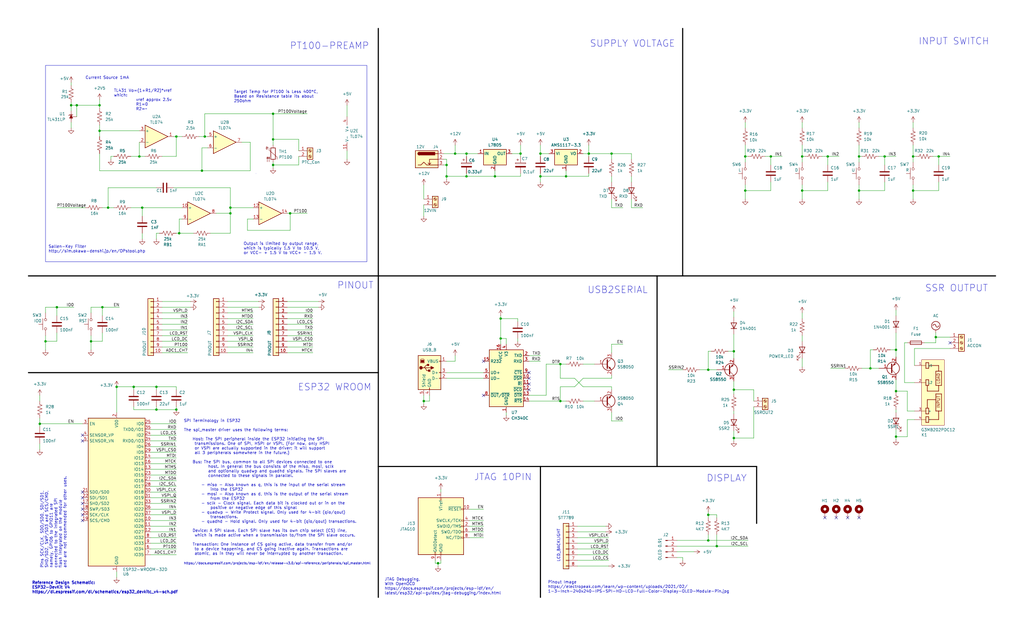
<source format=kicad_sch>
(kicad_sch (version 20231120) (generator "eeschema") (generator_version "8.0")
  (paper "User" 457.2 279.4)
  (title_block (title "IWAKI Hardware") (date "2024-11-23") (rev "1.0") (company "AHAH TERROR"))
  (junction (at 369.57 69.85))
  (junction (at 62.23 69.85))
  (junction (at 45.72 137.16))
  (junction (at 17.78 189.23))
  (junction (at 34.29 46.99))
  (junction (at 189.23 179.07))
  (junction (at 102.87 92.71))
  (junction (at 199.39 73.66))
  (junction (at 121.92 73.66))
  (junction (at 241.3 68.58))
  (junction (at 327.66 156.845))
  (junction (at 78.74 182.88))
  (junction (at 208.28 68.58))
  (junction (at 223.52 151.13))
  (junction (at 91.44 60.96))
  (junction (at 262.89 68.58))
  (junction (at 59.69 172.72))
  (junction (at 63.5 92.71))
  (junction (at 316.23 241.3))
  (junction (at 25.4 137.16))
  (junction (at 327.66 195.58))
  (junction (at 407.67 69.85))
  (junction (at 195.58 251.46))
  (junction (at 48.26 92.71))
  (junction (at 400.05 194.945))
  (junction (at 320.04 243.84))
  (junction (at 383.54 69.85))
  (junction (at 344.17 69.85))
  (junction (at 199.39 78.74))
  (junction (at 332.74 85.09))
  (junction (at 250.19 179.07))
  (junction (at 129.54 95.25))
  (junction (at 78.74 60.96))
  (junction (at 327.66 173.99))
  (junction (at 388.62 164.465))
  (junction (at 273.05 68.58))
  (junction (at 121.92 50.8))
  (junction (at 208.28 78.74))
  (junction (at 252.73 78.74))
  (junction (at 358.14 69.85))
  (junction (at 80.01 104.14))
  (junction (at 241.3 78.74))
  (junction (at 316.23 165.1))
  (junction (at 232.41 68.58))
  (junction (at 250.19 162.56))
  (junction (at 102.87 95.25))
  (junction (at 90.17 76.2))
  (junction (at 203.2 68.58))
  (junction (at 44.45 58.42))
  (junction (at 40.64 152.4))
  (junction (at 419.1 69.85))
  (junction (at 417.83 150.5184))
  (junction (at 69.85 182.88))
  (junction (at 220.98 78.74))
  (junction (at 332.74 69.85))
  (junction (at 394.97 69.85))
  (junction (at 407.67 85.09))
  (junction (at 316.23 229.87))
  (junction (at 400.05 174.625))
  (junction (at 69.85 172.72))
  (junction (at 223.52 142.24))
  (junction (at 52.07 172.72))
  (junction (at 44.45 46.99))
  (junction (at 383.54 85.09))
  (junction (at 31.75 46.99))
  (junction (at 20.32 152.4))
  (junction (at 400.05 156.21))
  (junction (at 358.14 85.09))
  (junction (at 121.92 62.23))
  (no_connect (at 36.83 227.33))
  (no_connect (at 236.22 173.99))
  (no_connect (at 36.83 229.87))
  (no_connect (at 36.83 222.25))
  (no_connect (at 36.83 224.79))
  (no_connect (at 236.22 171.45))
  (no_connect (at 236.22 168.91))
  (no_connect (at 383.54 231.14))
  (no_connect (at 215.9 176.53))
  (no_connect (at 378.46 231.14))
  (no_connect (at 368.3 231.14))
  (no_connect (at 36.83 232.41))
  (no_connect (at 424.1986 153.0584))
  (no_connect (at 373.38 231.14))
  (no_connect (at 36.83 194.31))
  (no_connect (at 36.83 219.71))
  (no_connect (at 236.22 166.37))
  (no_connect (at 36.83 196.85))
  (no_connect (at 215.9 161.29))
  (wire (pts (xy 101.6 142.24) (xy 113.03 142.24)))
  (wire (pts (xy 273.05 78.74) (xy 273.05 81.28)))
  (wire (pts (xy 358.14 54.61) (xy 358.14 57.15)))
  (wire (pts (xy 394.97 85.09) (xy 394.97 81.28)))
  (wire (pts (xy 199.39 71.12) (xy 199.39 73.66)))
  (wire (pts (xy 67.31 214.63) (xy 78.74 214.63)))
  (wire (pts (xy 67.31 227.33) (xy 78.74 227.33)))
  (wire (pts (xy 236.22 176.53) (xy 243.84 176.53)))
  (wire (pts (xy 316.23 165.1) (xy 320.04 165.1)))
  (wire (pts (xy 257.81 240.03) (xy 271.78 240.03)))
  (wire (pts (xy 209.55 234.95) (xy 215.9 234.95)))
  (wire (pts (xy 309.88 246.38) (xy 302.26 246.38)))
  (wire (pts (xy 25.4 137.16) (xy 25.4 140.97)))
  (wire (pts (xy 121.92 64.77) (xy 121.92 62.23)))
  (wire (pts (xy 358.14 69.85) (xy 358.14 72.39)))
  (wire (pts (xy 394.97 69.85) (xy 392.43 69.85)))
  (wire (pts (xy 62.23 63.5) (xy 62.23 69.85)))
  (wire (pts (xy 92.71 66.04) (xy 90.17 66.04)))
  (wire (pts (xy 203.2 68.58) (xy 208.28 68.58)))
  (wire (pts (xy 199.39 168.91) (xy 215.9 168.91)))
  (wire (pts (xy 358.14 85.09) (xy 369.57 85.09)))
  (wire (pts (xy 320.04 231.14) (xy 320.04 229.87)))
  (wire (pts (xy 208.28 78.74) (xy 220.98 78.74)))
  (wire (pts (xy 93.98 104.14) (xy 102.87 104.14)))
  (wire (pts (xy 102.87 83.82) (xy 102.87 92.71)))
  (wire (pts (xy 208.28 68.58) (xy 208.28 69.85)))
  (wire (pts (xy 67.31 189.23) (xy 78.74 189.23)))
  (wire (pts (xy 91.44 60.96) (xy 92.71 60.96)))
  (wire (pts (xy 260.35 68.58) (xy 262.89 68.58)))
  (wire (pts (xy 273.05 153.67) (xy 278.13 153.67)))
  (wire (pts (xy 327.66 170.18) (xy 327.66 173.99)))
  (wire (pts (xy 327.66 183.515) (xy 327.66 184.785)))
  (wire (pts (xy 407.67 69.85) (xy 408.94 69.85)))
  (wire (pts (xy 78.74 181.61) (xy 78.74 182.88)))
  (wire (pts (xy 223.52 140.97) (xy 223.52 142.24)))
  (wire (pts (xy 67.31 207.01) (xy 78.74 207.01)))
  (wire (pts (xy 72.39 139.7) (xy 83.82 139.7)))
  (wire (pts (xy 45.72 137.16) (xy 53.34 137.16)))
  (wire (pts (xy 250.19 172.72) (xy 256.54 172.72)))
  (polyline (pts (xy 12.7 166.37) (xy 168.91 166.37)) (stroke (width 0.5) (color 0 0 0 1)))
  (wire (pts (xy 384.81 164.465) (xy 388.62 164.465)))
  (wire (pts (xy 241.3 64.77) (xy 241.3 68.58)))
  (wire (pts (xy 250.19 179.07) (xy 252.73 179.07)))
  (wire (pts (xy 209.55 227.33) (xy 215.9 227.33)))
  (wire (pts (xy 312.42 165.1) (xy 316.23 165.1)))
  (polyline (pts (xy 168.91 208.28) (xy 241.3 208.28)) (stroke (width 0.5) (color 0 0 0 1)))
  (wire (pts (xy 101.6 144.78) (xy 113.03 144.78)))
  (wire (pts (xy 72.39 154.94) (xy 83.82 154.94)))
  (wire (pts (xy 52.07 172.72) (xy 59.69 172.72)))
  (wire (pts (xy 69.85 104.14) (xy 71.12 104.14)))
  (wire (pts (xy 115.57 134.62) (xy 101.6 134.62)))
  (wire (pts (xy 128.27 134.62) (xy 142.24 134.62)))
  (wire (pts (xy 128.27 95.25) (xy 129.54 95.25)))
  (wire (pts (xy 40.64 152.4) (xy 45.72 152.4)))
  (wire (pts (xy 405.13 183.515) (xy 408.305 183.515)))
  (wire (pts (xy 327.66 192.405) (xy 327.66 195.58)))
  (polyline (pts (xy 293.37 123.19) (xy 293.37 208.28)) (stroke (width 0.5) (color 0 0 0 1)))
  (wire (pts (xy 52.07 255.27) (xy 52.07 257.81)))
  (wire (pts (xy 121.92 50.8) (xy 137.16 50.8)))
  (wire (pts (xy 281.94 71.12) (xy 281.94 68.58)))
  (wire (pts (xy 189.23 176.53) (xy 189.23 179.07)))
  (wire (pts (xy 72.39 144.78) (xy 83.82 144.78)))
  (wire (pts (xy 281.94 88.9) (xy 281.94 92.71)))
  (wire (pts (xy 44.45 58.42) (xy 62.23 58.42)))
  (wire (pts (xy 128.27 139.7) (xy 139.7 139.7)))
  (wire (pts (xy 327.66 195.58) (xy 327.66 196.85)))
  (wire (pts (xy 332.74 54.61) (xy 332.74 57.15)))
  (wire (pts (xy 88.9 60.96) (xy 91.44 60.96)))
  (wire (pts (xy 198.12 71.12) (xy 199.39 71.12)))
  (wire (pts (xy 273.05 88.9) (xy 273.05 92.71)))
  (wire (pts (xy 369.57 85.09) (xy 369.57 81.28)))
  (wire (pts (xy 262.89 69.85) (xy 262.89 68.58)))
  (wire (pts (xy 209.55 237.49) (xy 215.9 237.49)))
  (wire (pts (xy 257.81 250.19) (xy 271.78 250.19)))
  (wire (pts (xy 44.45 46.99) (xy 44.45 48.26)))
  (wire (pts (xy 383.54 64.77) (xy 383.54 69.85)))
  (wire (pts (xy 273.05 172.72) (xy 273.05 173.99)))
  (wire (pts (xy 419.1 69.85) (xy 424.18 69.85)))
  (wire (pts (xy 383.54 69.85) (xy 384.81 69.85)))
  (wire (pts (xy 250.19 162.56) (xy 252.73 162.56)))
  (wire (pts (xy 397.51 156.21) (xy 400.05 156.21)))
  (wire (pts (xy 67.31 217.17) (xy 78.74 217.17)))
  (wire (pts (xy 304.8 250.19) (xy 304.8 248.92)))
  (wire (pts (xy 69.85 83.82) (xy 48.26 83.82)))
  (wire (pts (xy 67.31 237.49) (xy 78.74 237.49)))
  (wire (pts (xy 31.75 49.53) (xy 31.75 46.99)))
  (wire (pts (xy 262.89 64.77) (xy 262.89 68.58)))
  (wire (pts (xy 40.64 152.4) (xy 40.64 156.21)))
  (wire (pts (xy 44.45 44.45) (xy 44.45 46.99)))
  (wire (pts (xy 209.55 240.03) (xy 215.9 240.03)))
  (wire (pts (xy 405.13 187.325) (xy 405.13 194.945)))
  (wire (pts (xy 257.81 242.57) (xy 271.78 242.57)))
  (wire (pts (xy 389.89 156.21) (xy 388.62 156.21)))
  (wire (pts (xy 260.35 179.07) (xy 265.43 179.07)))
  (wire (pts (xy 62.23 69.85) (xy 64.77 69.85)))
  (wire (pts (xy 20.32 152.4) (xy 20.32 156.21)))
  (wire (pts (xy 223.52 142.24) (xy 223.52 151.13)))
  (wire (pts (xy 48.26 92.71) (xy 50.8 92.71)))
  (wire (pts (xy 72.39 147.32) (xy 83.82 147.32)))
  (wire (pts (xy 316.23 241.3) (xy 334.01 241.3)))
  (wire (pts (xy 241.3 78.74) (xy 241.3 77.47)))
  (wire (pts (xy 400.05 156.21) (xy 400.05 159.385)))
  (wire (pts (xy 236.22 158.75) (xy 241.3 158.75)))
  (polyline (pts (xy 168.91 12.7) (xy 168.91 123.19)) (stroke (width 0.5) (color 0 0 0 1)))
  (wire (pts (xy 78.74 104.14) (xy 80.01 104.14)))
  (wire (pts (xy 58.42 69.85) (xy 62.23 69.85)))
  (wire (pts (xy 417.83 153.035) (xy 417.83 150.5184)))
  (wire (pts (xy 59.69 172.72) (xy 69.85 172.72)))
  (wire (pts (xy 189.23 179.07) (xy 189.23 180.34)))
  (wire (pts (xy 121.92 50.8) (xy 91.44 50.8)))
  (wire (pts (xy 408.305 155.5984) (xy 408.305 163.195)))
  (wire (pts (xy 358.14 160.02) (xy 358.14 163.83)))
  (wire (pts (xy 332.74 69.85) (xy 332.74 72.39)))
  (wire (pts (xy 281.94 92.71) (xy 287.02 92.71)))
  (wire (pts (xy 67.31 240.03) (xy 78.74 240.03)))
  (polyline (pts (xy 168.91 123.19) (xy 293.37 123.19)) (stroke (width 0.5) (color 0 0 0 1)))
  (wire (pts (xy 67.31 191.77) (xy 78.74 191.77)))
  (wire (pts (xy 72.39 152.4) (xy 83.82 152.4)))
  (wire (pts (xy 49.53 69.85) (xy 50.8 69.85)))
  (wire (pts (xy 69.85 173.99) (xy 69.85 172.72)))
  (wire (pts (xy 232.41 77.47) (xy 232.41 78.74)))
  (wire (pts (xy 58.42 92.71) (xy 63.5 92.71)))
  (wire (pts (xy 223.52 142.24) (xy 231.14 142.24)))
  (wire (pts (xy 31.75 54.61) (xy 31.75 57.15)))
  (wire (pts (xy 273.05 187.96) (xy 278.13 187.96)))
  (polyline (pts (xy 293.37 123.19) (xy 444.5 123.19)) (stroke (width 0.5) (color 0 0 0 1)))
  (wire (pts (xy 40.64 149.86) (xy 40.64 152.4)))
  (wire (pts (xy 69.85 181.61) (xy 69.85 182.88)))
  (wire (pts (xy 241.3 78.74) (xy 252.73 78.74)))
  (wire (pts (xy 67.31 224.79) (xy 78.74 224.79)))
  (wire (pts (xy 111.76 76.2) (xy 111.76 63.5)))
  (wire (pts (xy 403.86 153.035) (xy 405.13 153.035)))
  (wire (pts (xy 316.23 156.845) (xy 316.23 165.1)))
  (wire (pts (xy 388.62 156.21) (xy 388.62 164.465)))
  (wire (pts (xy 128.27 149.86) (xy 139.7 149.86)))
  (wire (pts (xy 128.27 144.78) (xy 139.7 144.78)))
  (wire (pts (xy 20.32 149.86) (xy 20.32 152.4)))
  (wire (pts (xy 128.27 137.16) (xy 142.24 137.16)))
  (wire (pts (xy 407.67 85.09) (xy 407.67 88.9)))
  (wire (pts (xy 196.85 251.46) (xy 195.58 251.46)))
  (wire (pts (xy 383.54 85.09) (xy 394.97 85.09)))
  (wire (pts (xy 394.97 69.85) (xy 400.05 69.85)))
  (wire (pts (xy 91.44 50.8) (xy 91.44 60.96)))
  (wire (pts (xy 332.74 82.55) (xy 332.74 85.09)))
  (wire (pts (xy 85.09 134.62) (xy 72.39 134.62)))
  (wire (pts (xy 209.55 232.41) (xy 215.9 232.41)))
  (wire (pts (xy 344.17 69.85) (xy 349.25 69.85)))
  (wire (pts (xy 199.39 73.66) (xy 199.39 78.74)))
  (wire (pts (xy 121.92 62.23) (xy 121.92 50.8)))
  (wire (pts (xy 419.1 85.09) (xy 419.1 81.28)))
  (wire (pts (xy 302.26 241.3) (xy 316.23 241.3)))
  (wire (pts (xy 198.12 68.58) (xy 203.2 68.58)))
  (wire (pts (xy 20.32 139.7) (xy 20.32 137.16)))
  (wire (pts (xy 101.6 139.7) (xy 113.03 139.7)))
  (wire (pts (xy 320.04 229.87) (xy 316.23 229.87)))
  (wire (pts (xy 383.54 69.85) (xy 383.54 72.39)))
  (wire (pts (xy 72.39 69.85) (xy 78.74 69.85)))
  (wire (pts (xy 20.32 137.16) (xy 25.4 137.16)))
  (wire (pts (xy 400.05 138.43) (xy 400.05 140.97)))
  (wire (pts (xy 226.06 151.13) (xy 223.52 151.13)))
  (wire (pts (xy 102.87 104.14) (xy 102.87 95.25)))
  (wire (pts (xy 257.81 247.65) (xy 271.78 247.65)))
  (wire (pts (xy 273.05 92.71) (xy 278.13 92.71)))
  (wire (pts (xy 316.23 228.6) (xy 316.23 229.87)))
  (wire (pts (xy 408.305 187.325) (xy 405.13 187.325)))
  (wire (pts (xy 336.55 181.61) (xy 336.55 195.58)))
  (wire (pts (xy 189.23 82.55) (xy 189.23 88.9)))
  (wire (pts (xy 63.5 96.52) (xy 63.5 92.71)))
  (wire (pts (xy 298.45 165.1) (xy 304.8 165.1)))
  (polyline (pts (xy 168.91 123.19) (xy 168.91 266.7)) (stroke (width 0.5) (color 0 0 0 1)))
  (wire (pts (xy 273.05 168.91) (xy 260.35 168.91)))
  (wire (pts (xy 128.27 154.94) (xy 139.7 154.94)))
  (wire (pts (xy 78.74 69.85) (xy 78.74 60.96)))
  (wire (pts (xy 405.13 174.625) (xy 405.13 183.515)))
  (wire (pts (xy 80.01 97.79) (xy 80.01 104.14)))
  (wire (pts (xy 273.05 68.58) (xy 281.94 68.58)))
  (wire (pts (xy 67.31 222.25) (xy 78.74 222.25)))
  (polyline (pts (xy 241.3 208.28) (xy 337.82 208.28)) (stroke (width 0.5) (color 0 0 0 1)))
  (wire (pts (xy 220.98 78.74) (xy 220.98 76.2)))
  (wire (pts (xy 67.31 201.93) (xy 78.74 201.93)))
  (wire (pts (xy 67.31 245.11) (xy 78.74 245.11)))
  (wire (pts (xy 59.69 181.61) (xy 59.69 182.88)))
  (wire (pts (xy 195.58 251.46) (xy 194.31 251.46)))
  (wire (pts (xy 250.19 172.72) (xy 250.19 179.07)))
  (wire (pts (xy 110.49 102.87) (xy 129.54 102.87)))
  (wire (pts (xy 72.39 157.48) (xy 83.82 157.48)))
  (wire (pts (xy 369.57 69.85) (xy 374.65 69.85)))
  (wire (pts (xy 196.85 250.19) (xy 196.85 251.46)))
  (wire (pts (xy 101.6 147.32) (xy 113.03 147.32)))
  (wire (pts (xy 257.81 234.95) (xy 270.51 234.95)))
  (wire (pts (xy 400.05 194.945) (xy 400.05 196.215)))
  (wire (pts (xy 400.05 182.88) (xy 400.05 184.15)))
  (wire (pts (xy 128.27 142.24) (xy 139.7 142.24)))
  (wire (pts (xy 252.73 76.2) (xy 252.73 78.74)))
  (wire (pts (xy 243.84 176.53) (xy 243.84 162.56)))
  (wire (pts (xy 383.54 54.61) (xy 383.54 57.15)))
  (wire (pts (xy 40.64 139.7) (xy 40.64 137.16)))
  (wire (pts (xy 273.05 167.64) (xy 273.05 168.91)))
  (wire (pts (xy 203.2 161.29) (xy 199.39 161.29)))
  (wire (pts (xy 101.6 152.4) (xy 113.03 152.4)))
  (wire (pts (xy 78.74 60.96) (xy 77.47 60.96)))
  (wire (pts (xy 78.74 172.72) (xy 69.85 172.72)))
  (wire (pts (xy 77.47 83.82) (xy 102.87 83.82)))
  (wire (pts (xy 34.29 46.99) (xy 34.29 52.07)))
  (wire (pts (xy 241.3 69.85) (xy 241.3 68.58)))
  (wire (pts (xy 412.75 153.035) (xy 417.83 153.035)))
  (wire (pts (xy 231.14 152.4) (xy 231.14 151.13)))
  (wire (pts (xy 344.17 69.85) (xy 341.63 69.85)))
  (wire (pts (xy 102.87 95.25) (xy 96.52 95.25)))
  (wire (pts (xy 101.6 157.48) (xy 113.03 157.48)))
  (wire (pts (xy 400.05 148.59) (xy 400.05 156.21)))
  (wire (pts (xy 400.05 191.77) (xy 400.05 194.945)))
  (wire (pts (xy 344.17 85.09) (xy 344.17 81.28)))
  (wire (pts (xy 194.31 251.46) (xy 194.31 250.19)))
  (wire (pts (xy 316.23 238.76) (xy 316.23 241.3)))
  (wire (pts (xy 45.72 152.4) (xy 45.72 148.59)))
  (wire (pts (xy 232.41 64.77) (xy 232.41 68.58)))
  (wire (pts (xy 31.75 36.83) (xy 31.75 38.1)))
  (wire (pts (xy 257.81 252.73) (xy 271.78 252.73)))
  (wire (pts (xy 67.31 234.95) (xy 78.74 234.95)))
  (wire (pts (xy 327.66 139.065) (xy 327.66 141.605)))
  (wire (pts (xy 67.31 247.65) (xy 78.74 247.65)))
  (polyline (pts (xy 304.8 12.7) (xy 304.8 123.19)) (stroke (width 0.5) (color 0 0 0 1)))
  (wire (pts (xy 17.78 190.5) (xy 17.78 189.23)))
  (wire (pts (xy 17.78 189.23) (xy 36.83 189.23)))
  (wire (pts (xy 403.86 170.815) (xy 403.86 153.035)))
  (wire (pts (xy 407.67 82.55) (xy 407.67 85.09)))
  (wire (pts (xy 113.03 97.79) (xy 110.49 97.79)))
  (wire (pts (xy 327.66 149.225) (xy 327.66 156.845)))
  (wire (pts (xy 336.55 195.58) (xy 327.66 195.58)))
  (wire (pts (xy 129.54 102.87) (xy 129.54 95.25)))
  (wire (pts (xy 336.55 173.99) (xy 327.66 173.99)))
  (wire (pts (xy 236.22 161.29) (xy 241.3 161.29)))
  (wire (pts (xy 90.17 66.04) (xy 90.17 76.2)))
  (wire (pts (xy 78.74 60.96) (xy 81.28 60.96)))
  (wire (pts (xy 262.89 77.47) (xy 262.89 78.74)))
  (wire (pts (xy 101.6 137.16) (xy 115.57 137.16)))
  (wire (pts (xy 198.12 73.66) (xy 199.39 73.66)))
  (wire (pts (xy 256.54 172.72) (xy 260.35 168.91)))
  (wire (pts (xy 78.74 182.88) (xy 69.85 182.88)))
  (wire (pts (xy 400.05 169.545) (xy 400.05 174.625)))
  (wire (pts (xy 419.1 69.85) (xy 416.56 69.85)))
  (wire (pts (xy 128.27 157.48) (xy 139.7 157.48)))
  (wire (pts (xy 407.67 54.61) (xy 407.67 57.15)))
  (wire (pts (xy 250.19 162.56) (xy 250.19 168.91)))
  (wire (pts (xy 243.84 162.56) (xy 250.19 162.56)))
  (wire (pts (xy 417.83 148.59) (xy 417.83 150.5184)))
  (wire (pts (xy 17.78 176.53) (xy 17.78 179.07)))
  (wire (pts (xy 195.58 252.73) (xy 195.58 251.46)))
  (wire (pts (xy 383.54 82.55) (xy 383.54 85.09)))
  (wire (pts (xy 154.94 67.31) (xy 154.94 71.12)))
  (wire (pts (xy 400.05 174.625) (xy 400.05 175.26)))
  (wire (pts (xy 262.89 68.58) (xy 273.05 68.58)))
  (wire (pts (xy 17.78 186.69) (xy 17.78 189.23)))
  (wire (pts (xy 199.39 78.74) (xy 208.28 78.74)))
  (wire (pts (xy 133.35 62.23) (xy 121.92 62.23)))
  (wire (pts (xy 133.35 69.85) (xy 133.35 73.66)))
  (wire (pts (xy 419.1 69.85) (xy 419.1 73.66)))
  (wire (pts (xy 241.3 68.58) (xy 245.11 68.58)))
  (wire (pts (xy 85.09 137.16) (xy 72.39 137.16)))
  (wire (pts (xy 273.05 184.15) (xy 273.05 187.96)))
  (wire (pts (xy 257.81 237.49) (xy 270.51 237.49)))
  (wire (pts (xy 52.07 172.72) (xy 52.07 184.15)))
  (wire (pts (xy 320.04 243.84) (xy 302.26 243.84)))
  (wire (pts (xy 69.85 106.68) (xy 69.85 104.14)))
  (wire (pts (xy 128.27 152.4) (xy 139.7 152.4)))
  (wire (pts (xy 304.8 248.92) (xy 302.26 248.92)))
  (wire (pts (xy 44.45 55.88) (xy 44.45 58.42)))
  (wire (pts (xy 203.2 158.75) (xy 203.2 161.29)))
  (wire (pts (xy 67.31 204.47) (xy 78.74 204.47)))
  (wire (pts (xy 34.29 46.99) (xy 44.45 46.99)))
  (wire (pts (xy 128.27 147.32) (xy 139.7 147.32)))
  (wire (pts (xy 394.97 69.85) (xy 394.97 73.66)))
  (wire (pts (xy 400.05 174.625) (xy 405.13 174.625)))
  (wire (pts (xy 40.64 137.16) (xy 45.72 137.16)))
  (wire (pts (xy 327.66 173.99) (xy 327.66 175.895)))
  (wire (pts (xy 317.5 156.845) (xy 316.23 156.845)))
  (wire (pts (xy 332.74 85.09) (xy 332.74 88.9)))
  (wire (pts (xy 49.53 71.12) (xy 49.53 69.85)))
  (wire (pts (xy 20.32 152.4) (xy 25.4 152.4)))
  (wire (pts (xy 358.14 149.86) (xy 358.14 152.4)))
  (wire (pts (xy 358.14 85.09) (xy 358.14 88.9)))
  (wire (pts (xy 121.92 73.66) (xy 121.92 74.93)))
  (wire (pts (xy 44.45 68.58) (xy 44.45 76.2)))
  (wire (pts (xy 405.13 194.945) (xy 400.05 194.945)))
  (wire (pts (xy 320.04 238.76) (xy 320.04 243.84)))
  (wire (pts (xy 273.05 71.12) (xy 273.05 68.58)))
  (wire (pts (xy 63.5 92.71) (xy 81.28 92.71)))
  (wire (pts (xy 67.31 242.57) (xy 78.74 242.57)))
  (wire (pts (xy 121.92 72.39) (xy 121.92 73.66)))
  (wire (pts (xy 67.31 232.41) (xy 78.74 232.41)))
  (wire (pts (xy 407.67 69.85) (xy 407.67 72.39)))
  (wire (pts (xy 102.87 92.71) (xy 102.87 95.25)))
  (wire (pts (xy 252.73 78.74) (xy 262.89 78.74)))
  (wire (pts (xy 281.94 78.74) (xy 281.94 81.28)))
  (wire (pts (xy 67.31 212.09) (xy 78.74 212.09)))
  (polyline (pts (xy 337.82 208.28) (xy 337.82 233.68)) (stroke (width 0.5) (color 0 0 0 1)))
  (wire (pts (xy 189.23 91.44) (xy 189.23 96.52)))
  (wire (pts (xy 31.75 45.72) (xy 31.75 46.99)))
  (wire (pts (xy 332.74 64.77) (xy 332.74 69.85)))
  (wire (pts (xy 417.83 150.5184) (xy 424.1986 150.5184)))
  (wire (pts (xy 226.06 184.15) (xy 226.06 185.42)))
  (wire (pts (xy 45.72 92.71) (xy 48.26 92.71)))
  (wire (pts (xy 110.49 97.79) (xy 110.49 102.87)))
  (wire (pts (xy 67.31 209.55) (xy 78.74 209.55)))
  (wire (pts (xy 72.39 149.86) (xy 83.82 149.86)))
  (wire (pts (xy 257.81 245.11) (xy 271.78 245.11)))
  (wire (pts (xy 370.84 164.465) (xy 377.19 164.465)))
  (wire (pts (xy 336.55 179.07) (xy 336.55 173.99)))
  (wire (pts (xy 332.74 85.09) (xy 344.17 85.09)))
  (wire (pts (xy 80.01 104.14) (xy 86.36 104.14)))
  (wire (pts (xy 81.28 97.79) (xy 80.01 97.79)))
  (wire (pts (xy 199.39 78.74) (xy 199.39 80.01)))
  (wire (pts (xy 223.52 151.13) (xy 223.52 153.67)))
  (wire (pts (xy 90.17 76.2) (xy 111.76 76.2)))
  (wire (pts (xy 48.26 83.82) (xy 48.26 92.71)))
  (wire (pts (xy 358.14 82.55) (xy 358.14 85.09)))
  (wire (pts (xy 69.85 182.88) (xy 59.69 182.88)))
  (wire (pts (xy 241.3 81.28) (xy 241.3 78.74)))
  (wire (pts (xy 129.54 95.25) (xy 137.16 95.25)))
  (wire (pts (xy 133.35 67.31) (xy 133.35 62.23)))
  (wire (pts (xy 250.19 168.91) (xy 256.54 168.91)))
  (wire (pts (xy 358.14 64.77) (xy 358.14 69.85)))
  (wire (pts (xy 208.28 77.47) (xy 208.28 78.74)))
  (wire (pts (xy 199.39 166.37) (xy 215.9 166.37)))
  (polyline (pts (xy 241.3 208.28) (xy 241.3 266.7)) (stroke (width 0.5) (color 0 0 0 1)))
  (wire (pts (xy 236.22 179.07) (xy 250.19 179.07)))
  (wire (pts (xy 31.75 46.99) (xy 34.29 46.99)))
  (wire (pts (xy 111.76 63.5) (xy 107.95 63.5)))
  (wire (pts (xy 228.6 68.58) (xy 232.41 68.58)))
  (wire (pts (xy 369.57 69.85) (xy 367.03 69.85)))
  (wire (pts (xy 334.01 243.84) (xy 320.04 243.84)))
  (wire (pts (xy 325.12 156.845) (xy 327.66 156.845)))
  (wire (pts (xy 25.4 92.71) (xy 38.1 92.71)))
  (wire (pts (xy 44.45 58.42) (xy 44.45 60.96)))
  (wire (pts (xy 154.94 46.99) (xy 154.94 52.07)))
  (wire (pts (xy 67.31 196.85) (xy 78.74 196.85)))
  (wire (pts (xy 78.74 173.99) (xy 78.74 172.72)))
  (wire (pts (xy 388.62 164.465) (xy 392.43 164.465)))
  (wire (pts (xy 332.74 69.85) (xy 334.01 69.85)))
  (wire (pts (xy 191.77 176.53) (xy 191.77 179.07)))
  (wire (pts (xy 256.54 168.91) (xy 260.35 172.72)))
  (wire (pts (xy 17.78 198.12) (xy 17.78 200.66)))
  (wire (pts (xy 407.67 85.09) (xy 419.1 85.09)))
  (wire (pts (xy 208.28 68.58) (xy 213.36 68.58)))
  (wire (pts (xy 25.4 137.16) (xy 33.02 137.16)))
  (wire (pts (xy 327.66 156.845) (xy 327.66 160.02)))
  (wire (pts (xy 260.35 172.72) (xy 273.05 172.72)))
  (wire (pts (xy 383.54 85.09) (xy 383.54 88.9)))
  (wire (pts (xy 67.31 219.71) (xy 78.74 219.71)))
  (polyline (pts (xy 12.7 123.19) (xy 168.91 123.19)) (stroke (width 0.5) (color 0 0 0 1)))
  (wire (pts (xy 67.31 194.31) (xy 78.74 194.31)))
  (wire (pts (xy 316.23 229.87) (xy 316.23 231.14)))
  (wire (pts (xy 203.2 64.77) (xy 203.2 68.58)))
  (wire (pts (xy 45.72 137.16) (xy 45.72 140.97)))
  (wire (pts (xy 424.1986 155.5984) (xy 408.305 155.5984)))
  (wire (pts (xy 220.98 78.74) (xy 232.41 78.74)))
  (wire (pts (xy 67.31 199.39) (xy 78.74 199.39)))
  (wire (pts (xy 67.31 229.87) (xy 78.74 229.87)))
  (wire (pts (xy 25.4 152.4) (xy 25.4 148.59)))
  (wire (pts (xy 344.17 69.85) (xy 344.17 73.66)))
  (wire (pts (xy 369.57 69.85) (xy 369.57 73.66)))
  (wire (pts (xy 101.6 149.86) (xy 113.03 149.86)))
  (wire (pts (xy 231.14 142.24) (xy 231.14 143.51)))
  (wire (pts (xy 72.39 142.24) (xy 83.82 142.24)))
  (wire (pts (xy 407.67 64.77) (xy 407.67 69.85)))
  (wire (pts (xy 358.14 139.7) (xy 358.14 142.24)))
  (wire (pts (xy 102.87 92.71) (xy 113.03 92.71)))
  (wire (pts (xy 63.5 104.14) (xy 63.5 106.68)))
  (wire (pts (xy 403.86 170.815) (xy 408.305 170.815)))
  (wire (pts (xy 273.05 157.48) (xy 273.05 153.67)))
  (wire (pts (xy 196.85 218.44) (xy 196.85 219.71)))
  (wire (pts (xy 260.35 162.56) (xy 265.43 162.56)))
  (wire (pts (xy 44.45 76.2) (xy 90.17 76.2)))
  (wire (pts (xy 101.6 154.94) (xy 113.03 154.94)))
  (wire (pts (xy 226.06 153.67) (xy 226.06 151.13)))
  (wire (pts (xy 59.69 173.99) (xy 59.69 172.72)))
  (wire (pts (xy 232.41 68.58) (xy 232.41 69.85)))
  (wire (pts (xy 133.35 73.66) (xy 121.92 73.66)))
  (wire (pts (xy 191.77 179.07) (xy 189.23 179.07)))
  (wire (pts (xy 358.14 69.85) (xy 359.41 69.85)))
  (rectangle (start 20.32 29.21) (end 163.83 116.84))
  (rectangle (start 114.3 77.47) (end 114.3 77.47))
  (text "Sallen-Key Filter\nhttp://sim.okawa-denshi.jp/en/OPstool.php\n" (at 21.59 113.03 0) (effects (font (size 1.27 1.27)) (justify left bottom)))
  (text "Reference Design Schematic: \nESP32-DevKit V4\nhttps://dl.espressif.com/dl/schematics/esp32_devkitc_v4-sch.pdf" (at 14.224 262.382 0) (effects (font (size 1.27 1.27) (bold yes)) (justify left)))
  (text "SUPPLY VOLTAGE" (at 301.498 21.336 0) (effects (font (size 3 3)) (justify right bottom)))
  (text "TODO: \nPH Sensor \nSalinity \nLow Temperature Waterproof Sensor -> LMT70\nLight Sensor -> OPT4001\nOxygen Pump\nFeeding Motor \nCarbon Dioxide \nChange JTAG to SWD JLink" (at 2.794 -58.928 0) (effects (font (size 3.81 3.81)) (justify left top)))
  (text "JTAG 10PIN" (at 237.49 214.884 0) (effects (font (size 3 3)) (justify right bottom)))
  (text "Output is limited by output range, \nwhich is typically 1.5 V to 10.5 V, \nor VCC- + 1.5 V to VCC+ - 1.5 V." (at 108.712 110.998 0) (effects (font (size 1.27 1.27)) (justify left)))
  (text "Pinout Image\nhttps://electropeak.com/learn/wp-content/uploads/2021/02/\n1-3-Inch-240x240-IPS-SPI-HD-LCD-Full-Color-Display-OLED-Module-Pin.jpg" (at 244.602 262.128 0) (effects (font (size 1.27 1.27)) (justify left)))
  (text "ESP32 WROOM" (at 165.862 174.752 0) (effects (font (size 3 3)) (justify right bottom)))
  (text "PT100-PREAMP" (at 164.846 22.352 0) (effects (font (size 3 3)) (justify right bottom)))
  (text "DISPLAY" (at 333.502 215.392 0) (effects (font (size 3 3)) (justify right bottom)))
  (text "Pins SCK/CLK, SDO/SD0, SDI/SD1,\nSHD/SD2, SWP/SD3 and SCS/CMD, \nnamely, GPIO6 to GPIO11 are \nconnected to the integrated SPI \nflash integrated on the module\nand are not recommended for other uses." (at 23.876 253.746 90) (effects (font (size 1.27 1.27)) (justify left)))
  (text "TL431 Vo=(1+R1/R2)*vref\nwhich:  \n		vref approx 2.5v \n		R1=0\n		R2=~" (at 50.8 49.53 0) (effects (font (size 1.27 1.27)) (justify left bottom)))
  (text "Target Temp for PT100 is Less 400*C,\nBased on Resistance table its about \n250ohm" (at 104.394 43.18 0) (effects (font (size 1.27 1.27)) (justify left)))
  (text "PINOUT" (at 166.878 129.286 0) (effects (font (size 3 3)) (justify right bottom)))
  (text "Current Source 1mA" (at 38.1 35.56 0) (effects (font (size 1.27 1.27)) (justify left bottom)))
  (text "JTAG Debugging, \nWith OpenOCD\nhttps://docs.espressif.com/projects/esp-idf/en/\nlatest/esp32/api-guides/jtag-debugging/index.html" (at 171.704 261.874 0) (effects (font (size 1.27 1.27)) (justify left)))
  (text "SPI Terminology in ESP32\n\nThe spi_master driver uses the following terms:\n\n    Host: The SPI peripheral inside the ESP32 initiating the SPI \n	transmissions. One of SPI, HSPI or VSPI. (For now, only HSPI \n	or VSPI are actually supported in the driver; it will support \n	all 3 peripherals somewhere in the future.)\n\n    Bus: The SPI bus, common to all SPI devices connected to one \n		 host. In general the bus consists of the miso, mosi, sclk \n		 and optionally quadwp and quadhd signals. The SPI slaves are \n		 connected to these signals in parallel.\n\n        - miso - Also known as q, this is the input of the serial stream \n		  into the ESP32\n        - mosi - Also known as d, this is the output of the serial stream \n		  from the ESP32\n        - sclk - Clock signal. Each data bit is clocked out or in on the \n		  positive or negative edge of this signal\n        - quadwp - Write Protect signal. Only used for 4-bit (qio/qout) \n		  transactions.\n        - quadhd - Hold signal. Only used for 4-bit (qio/qout) transactions.\n\n    Device: A SPI slave. Each SPI slave has its own chip select (CS) line, \n	which is made active when a transmission to/from the SPI slave occurs.\n\n    Transaction: One instance of CS going active, data transfer from and/or\n	to a device happening, and CS going inactive again. Transactions are \n	atomic, as in they will never be interrupted by another transaction.\n\n_{https://docs.espressif.com/projects/esp-idf/en/release-v3.0/api-reference/peripherals/spi_master.html}" (at 82.042 219.71 0) (effects (font (size 1.27 1.27)) (justify left)))
  (text "LCD_BACKLIGHT" (at 249.428 250.952 90) (effects (font (size 1.27 1.27)) (justify left)))
  (text "USB2SERIAL" (at 289.306 131.318 0) (effects (font (size 3 3)) (justify right bottom)))
  (text "INPUT SWITCH" (at 441.706 20.32 0) (effects (font (size 3 3)) (justify right bottom)))
  (text "SSR OUTPUT" (at 441.198 130.556 0) (effects (font (size 3 3)) (justify right bottom)))
  (label "MTCK" (at 139.7 157.48 180))
  (label "TXD" (at 139.7 147.32 180))
  (label "TXD" (at 78.74 196.85 180))
  (label "I2C_SCL" (at 113.03 147.32 180))
  (label "MTDI" (at 215.9 240.03 180))
  (label "PT100Voltage" (at 137.16 50.8 180))
  (label "I2C_SDA" (at 113.03 144.78 180))
  (label "EN" (at 53.34 137.16 180))
  (label "SSRIN1" (at 78.74 199.39 180))
  (label "IN4" (at 78.74 227.33 180))
  (label "LCD_CS" (at 271.78 250.19 180))
  (label "LCD_DC" (at 271.78 247.65 180))
  (label "PT100Voltage" (at 25.4 92.71 0))
  (label "IN1" (at 78.74 237.49 180))
  (label "LCD_RST" (at 83.82 149.86 180))
  (label "VSPI_CLK" (at 113.03 149.86 180))
  (label "SSRIN2" (at 113.03 154.94 180))
  (label "IN1" (at 349.25 69.85 180))
  (label "MTDI" (at 78.74 204.47 180))
  (label "I2C_SCL" (at 78.74 217.17 180))
  (label "VSPI_CS0" (at 139.7 152.4 180))
  (label "PT100" (at 137.16 95.25 180))
  (label "IO0" (at 278.13 187.96 180))
  (label "IN2" (at 374.65 69.85 180))
  (label "ADC1_CH7" (at 83.82 157.48 180))
  (label "PT100" (at 78.74 245.11 180))
  (label "RXD" (at 78.74 191.77 180))
  (label "LCD_RST" (at 271.78 245.11 180))
  (label "LCD_RST" (at 78.74 240.03 180))
  (label "EN" (at 278.13 153.67 180))
  (label "MTDI" (at 139.7 154.94 180))
  (label "VSPI_D" (at 78.74 229.87 180))
  (label "RXD" (at 287.02 92.71 180))
  (label "VSPI_CLK" (at 78.74 219.71 180))
  (label "VSPI_D" (at 83.82 139.7 180))
  (label "MTDO" (at 113.03 142.24 180))
  (label "EN" (at 215.9 227.33 180))
  (label "IO0" (at 139.7 139.7 180))
  (label "PT100" (at 83.82 154.94 180))
  (label "SSRIN1" (at 139.7 149.86 180))
  (label "TXD" (at 278.13 92.71 180))
  (label "MTMS" (at 78.74 209.55 180))
  (label "SSRIN1" (at 370.84 164.465 0))
  (label "I2C_SDA" (at 334.01 241.3 180))
  (label "IN2" (at 78.74 234.95 180))
  (label "LCD_CS" (at 78.74 194.31 180))
  (label "EN" (at 33.02 189.23 180))
  (label "MTDO" (at 78.74 212.09 180))
  (label "DTR" (at 246.38 162.56 0))
  (label "MTMS" (at 113.03 139.7 180))
  (label "IN4" (at 424.18 69.85 180))
  (label "MTCK" (at 78.74 207.01 180))
  (label "MTMS" (at 215.9 234.95 180))
  (label "TXD" (at 241.3 158.75 180))
  (label "I2C_SCL" (at 334.01 243.84 180))
  (label "IN2" (at 83.82 144.78 180))
  (label "RXD" (at 241.3 161.29 180))
  (label "VSPI_CLK" (at 271.78 240.03 180))
  (label "MTCK" (at 215.9 232.41 180))
  (label "IN3" (at 400.05 69.85 180))
  (label "IN3" (at 78.74 232.41 180))
  (label "VSPI_D" (at 271.78 242.57 180))
  (label "I2C_SDA" (at 78.74 214.63 180))
  (label "IO0" (at 33.02 137.16 180))
  (label "IN1" (at 83.82 147.32 180))
  (label "IO0" (at 78.74 189.23 180))
  (label "IN4" (at 113.03 157.48 180))
  (label "RTS" (at 246.38 179.07 0))
  (label "RXD" (at 139.7 142.24 180))
  (label "LCD_DC" (at 83.82 152.4 180))
  (label "SSRIN2" (at 298.45 165.1 0))
  (label "MTDO" (at 215.9 237.49 180))
  (label "VSPI_CS0" (at 78.74 201.93 180))
  (label "IN3" (at 83.82 142.24 180))
  (label "LCD_DC" (at 78.74 242.57 180))
  (label "SSRIN2" (at 78.74 224.79 180))
  (label "VSPI_Q" (at 113.03 152.4 180))
  (label "ADC1_CH7" (at 78.74 247.65 180))
  (label "VSPI_Q" (at 78.74 222.25 180))
  (label "LCD_CS" (at 139.7 144.78 180))
  (symbol (lib_id "power:+12V") (at 203.2 64.77 0) (unit 1)
    (property "Reference" "#PWR014" (effects (hide yes)))
    (property "Value" "+12V" (at 203.2 59.69 0))
    (property "Description" "Power symbol creates a global label with name \"+12V\"" (effects (hide yes)))
  )
  (symbol (lib_id "power:GND") (at 154.94 71.12 0) (unit 1)
    (property "Reference" "#PWR06" (effects (hide yes)))
    (property "Value" "GND" (effects (hide yes)))
  )
  (symbol (lib_id "power:+3.3V") (at 223.52 140.97 0) (unit 1)
    (property "Reference" "#PWR032" (effects (hide yes)))
    (property "Value" "+3.3V" (at 223.52 135.89 0))
    (property "Description" "Power symbol creates a global label with name \"+3.3V\"" (effects (hide yes)))
  )
  (symbol (lib_id "Diode:1N4001") (at 327.66 145.415 90) (unit 1)
    (property "Reference" "D4" (at 330.2 144.1449 90) (effects (justify right)))
    (property "Value" "1N4001" (at 330.2 146.6849 90) (effects (justify right)))
    (property "Footprint" "Diode_SMD:D_SOD-123" (effects (hide yes)))
    (property "Datasheet" "http://www.vishay.com/docs/88503/1n4001.pdf" (effects (hide yes)))
    (property "Sim.Device" "D" (effects (hide yes)))
    (property "Sim.Pins" "1=K 2=A" (effects (hide yes)))
  )
  (symbol (lib_id "Device:R_US") (at 90.17 104.14 90) (unit 1) (exclude_from_sim yes)
    (property "Reference" "RA1" (at 90.17 109.22 90))
    (property "Value" "25k" (at 90.17 106.68 90))
    (property "Footprint" "Resistor_SMD:R_0805_2012Metric_Pad1.20x1.40mm_HandSolder" (effects (hide yes)))
  )
  (symbol (lib_id "Interface_USB:CH340C") (at 226.06 168.91 0) (unit 1)
    (property "Reference" "U7" (at 228.2541 184.15 0) (effects (justify left)))
    (property "Value" "CH340C" (at 228.2541 186.69 0) (effects (justify left)))
    (property "Footprint" "Package_SO:SOIC-16_3.9x9.9mm_P1.27mm" (effects (hide yes)))
    (property "Datasheet" "https://datasheet.lcsc.com/szlcsc/Jiangsu-Qin-Heng-CH340C_C84681.pdf" (effects (hide yes)))
    (property "Description" "USB serial converter, UART, SOIC-16" (effects (hide yes)))
  )
  (symbol (lib_id "power:GND") (at 270.51 234.95 90) (unit 1)
    (property "Reference" "#PWR053" (effects (hide yes)))
    (property "Value" "GND" (effects (hide yes)))
  )
  (symbol (lib_id "Connector:USB_B") (at 191.77 166.37 0) (unit 1) (exclude_from_sim yes)
    (property "Reference" "J6" (at 191.77 153.67 0))
    (property "Value" "USB_B" (at 191.77 156.21 0))
    (property "Footprint" "Connector_USB:USB_B_OST_USB-B1HSxx_Horizontal" (effects (hide yes)))
    (property "Datasheet" " ~" (effects (hide yes)))
    (property "Description" "USB Type B connector" (effects (hide yes)))
  )
  (symbol (lib_id "Connector:Screw_Terminal_01x03") (at 429.2786 153.0584 0) (unit 1)
    (property "Reference" "J1" (at 431.8186 151.7883 0) (effects (justify left)))
    (property "Value" "ACCON" (at 431.8186 154.3283 0) (effects (justify left)))
    (property "Footprint" "TerminalBlock_Phoenix:TerminalBlock_Phoenix_PT-1,5-3-5.0-H_1x03_P5.00mm_Horizontal" (effects (hide yes)))
    (property "Description" "Generic screw terminal, single row, 01x03, script generated (kicad-library-utils/schlib/autogen/connector/)" (effects (hide yes)))
  )
  (symbol (lib_id "power:GND") (at 142.24 137.16 90) (unit 1)
    (property "Reference" "#PWR020" (effects (hide yes)))
    (property "Value" "GND" (effects (hide yes)))
  )
  (symbol (lib_id "power:+5V") (at 203.2 158.75 0) (unit 1) (exclude_from_sim yes)
    (property "Reference" "#PWR038" (effects (hide yes)))
    (property "Value" "+5V" (at 203.2 153.67 0))
  )
  (symbol (lib_id "power:+5V") (at 400.05 138.43 0) (unit 1) (exclude_from_sim yes)
    (property "Reference" "#PWR08" (effects (hide yes)))
    (property "Value" "+5V" (at 400.05 133.35 0))
  )
  (symbol (lib_id "Device:C_Polarized") (at 232.41 73.66 0) (unit 1)
    (property "Reference" "C7" (at 232.918 70.866 0) (effects (justify left)))
    (property "Value" "0.1uF" (at 233.426 76.708 0) (effects (justify left)))
    (property "Footprint" "Capacitor_SMD:C_0805_2012Metric_Pad1.18x1.45mm_HandSolder" (effects (hide yes)))
  )
  (symbol (lib_id "Switch:SW_Push") (at 407.67 77.47 90) (unit 1)
    (property "Reference" "SW7" (at 405.892 73.406 90) (effects (justify left)))
    (property "Value" "R" (at 405.892 75.946 90) (effects (justify left)))
    (property "Footprint" "Button_Switch_SMD:SW_Push_1P1T_NO_6x6mm_H9.5mm" (effects (hide yes)))
    (property "Description" "Push button switch, generic, two pins" (effects (hide yes)))
  )
  (symbol (lib_id "power:GND") (at 17.78 200.66 0) (unit 1)
    (property "Reference" "#PWR040" (effects (hide yes)))
    (property "Value" "GND" (effects (hide yes)))
  )
  (symbol (lib_id "Mechanical:MountingHole_Pad") (at 373.38 228.6 0) (unit 1)
    (property "Reference" "H2" (at 374.65 223.52 0) (effects (justify right)))
    (property "Value" "MountingHole_Pad" (effects (hide yes)))
    (property "Footprint" "MountingHole:MountingHole_3.2mm_M3_DIN965_Pad" (effects (hide yes)))
  )
  (symbol (lib_id "Device:R_US") (at 400.05 179.07 180) (unit 1) (exclude_from_sim yes)
    (property "Reference" "R18" (at 396.24 177.8 0))
    (property "Value" "1k" (at 396.24 180.34 0))
    (property "Footprint" "Resistor_SMD:R_0805_2012Metric_Pad1.20x1.40mm_HandSolder" (effects (hide yes)))
  )
  (symbol (lib_id "Device:LED") (at 327.66 188.595 90) (unit 1)
    (property "Reference" "D5" (at 325.628 188.722 90) (effects (justify left)))
    (property "Value" "SSR2" (at 325.882 191.262 90) (effects (justify left)))
    (property "Footprint" "LED_SMD:LED_1206_3216Metric_Pad1.42x1.75mm_HandSolder" (effects (hide yes)))
  )
  (symbol (lib_id "power:GND") (at 400.05 196.215 0) (unit 1)
    (property "Reference" "#PWR016" (effects (hide yes)))
    (property "Value" "GND" (effects (hide yes)))
  )
  (symbol (lib_id "Device:C") (at 25.4 144.78 0) (unit 1) (exclude_from_sim yes)
    (property "Reference" "C15" (at 26.67 142.24 0) (effects (justify left)))
    (property "Value" "100nF" (at 26.67 147.32 0) (effects (justify left)))
    (property "Footprint" "Capacitor_SMD:C_0805_2012Metric_Pad1.18x1.45mm_HandSolder" (effects (hide yes)))
  )
  (symbol (lib_id "Amplifier_Operational:TL074") (at 69.85 60.96 0) (unit 1)
    (property "Reference" "U2" (at 69.85 52.07 0))
    (property "Value" "TL074" (at 69.85 54.61 0))
    (property "Footprint" "Package_SO:SOIC-14_3.9x8.7mm_P1.27mm" (effects (hide yes)))
    (property "Datasheet" "http://www.ti.com/lit/ds/symlink/tl071.pdf" (effects (hide yes)))
    (property "Description" "Quad Low-Noise JFET-Input Operational Amplifiers, DIP-14/SOIC-14" (effects (hide yes)))
  )
  (symbol (lib_id "power:+5V") (at 31.75 36.83 0) (unit 1) (exclude_from_sim yes)
    (property "Reference" "#PWR01" (effects (hide yes)))
    (property "Value" "+5V" (at 28.702 35.052 0))
  )
  (symbol (lib_id "Device:R_US") (at 54.61 69.85 90) (unit 1) (exclude_from_sim yes)
    (property "Reference" "R5" (at 54.61 67.31 90))
    (property "Value" "25k" (at 54.61 72.39 90))
    (property "Footprint" "Resistor_SMD:R_0805_2012Metric_Pad1.20x1.40mm_HandSolder" (effects (hide yes)))
  )
  (symbol (lib_id "Device:Fuse") (at 408.94 153.035 270) (unit 1)
    (property "Reference" "F1" (at 408.94 146.685 90))
    (property "Value" "Fuse" (at 408.94 149.225 90))
    (property "Footprint" "Fuse:Fuseholder_Littelfuse_100_series_5x30mm" (effects (hide yes)))
  )
  (symbol (lib_id "Amplifier_Operational:TL074") (at 157.48 59.69 0) (unit 5)
    (property "Reference" "U2" (at 156.21 58.4199 0) (effects (justify left)))
    (property "Value" "TL074" (at 156.21 60.9599 0) (effects (justify left)))
    (property "Footprint" "Package_SO:SOIC-14_3.9x8.7mm_P1.27mm" (effects (hide yes)))
    (property "Datasheet" "http://www.ti.com/lit/ds/symlink/tl071.pdf" (effects (hide yes)))
    (property "Description" "Quad Low-Noise JFET-Input Operational Amplifiers, DIP-14/SOIC-14" (effects (hide yes)))
  )
  (symbol (lib_id "Switch:SW_Push") (at 20.32 144.78 90) (unit 1)
    (property "Reference" "SW3" (at 18.542 140.716 90) (effects (justify left)))
    (property "Value" "IO0" (at 18.542 143.256 90) (effects (justify left)))
    (property "Footprint" "Button_Switch_SMD:SW_Push_1P1T_NO_6x6mm_H9.5mm" (effects (hide yes)))
    (property "Description" "Push button switch, generic, two pins" (effects (hide yes)))
  )
  (symbol (lib_id "Regulator_Linear:L7805") (at 220.98 68.58 0) (unit 1)
    (property "Reference" "U4" (at 220.98 62.23 0))
    (property "Value" "L7805" (at 220.98 64.77 0))
    (property "Footprint" "Package_TO_SOT_THT:TO-220F-3_Horizontal_TabDown" (effects (hide yes)))
    (property "Datasheet" "http://www.st.com/content/ccc/resource/technical/document/datasheet/41/4f/b3/b0/12/d4/47/88/CD00000444.pdf/files/CD00000444.pdf/jcr:content/translations/en.CD00000444.pdf" (effects (hide yes)))
  )
  (symbol (lib_id "power:GND") (at 304.8 250.19 0) (mirror y) (unit 1)
    (property "Reference" "#PWR022" (effects (hide yes)))
    (property "Value" "GND" (effects (hide yes)))
  )
  (symbol (lib_id "Device:C") (at 63.5 100.33 0) (unit 1) (exclude_from_sim yes)
    (property "Reference" "C3" (at 67.31 99.0599 0) (effects (justify left)))
    (property "Value" "1nF" (at 67.31 101.5999 0) (effects (justify left)))
    (property "Footprint" "Capacitor_SMD:C_0805_2012Metric_Pad1.18x1.45mm_HandSolder" (effects (hide yes)))
  )
  (symbol (lib_id "power:GND") (at 358.14 163.83 0) (unit 1)
    (property "Reference" "#PWR025" (effects (hide yes)))
    (property "Value" "GND" (effects (hide yes)))
  )
  (symbol (lib_id "power:GND") (at 358.14 88.9 0) (unit 1)
    (property "Reference" "#PWR046" (effects (hide yes)))
    (property "Value" "GND" (effects (hide yes)))
  )
  (symbol (lib_id "power:GND") (at 20.32 156.21 0) (unit 1)
    (property "Reference" "#PWR044" (effects (hide yes)))
    (property "Value" "GND" (effects (hide yes)))
  )
  (symbol (lib_id "Amplifier_Operational:TL074") (at 120.65 95.25 0) (unit 4)
    (property "Reference" "U2" (at 120.65 86.36 0))
    (property "Value" "TL074" (at 120.65 88.9 0))
    (property "Footprint" "Package_SO:SOIC-14_3.9x8.7mm_P1.27mm" (effects (hide yes)))
    (property "Datasheet" "http://www.ti.com/lit/ds/symlink/tl071.pdf" (effects (hide yes)))
    (property "Description" "Quad Low-Noise JFET-Input Operational Amplifiers, DIP-14/SOIC-14" (effects (hide yes)))
  )
  (symbol (lib_id "Device:C") (at 45.72 144.78 0) (unit 1) (exclude_from_sim yes)
    (property "Reference" "C14" (at 46.99 142.24 0) (effects (justify left)))
    (property "Value" "100nF" (at 46.99 147.32 0) (effects (justify left)))
    (property "Footprint" "Capacitor_SMD:C_0805_2012Metric_Pad1.18x1.45mm_HandSolder" (effects (hide yes)))
  )
  (symbol (lib_id "power:GND") (at 115.57 137.16 90) (unit 1)
    (property "Reference" "#PWR015" (effects (hide yes)))
    (property "Value" "GND" (effects (hide yes)))
  )
  (symbol (lib_id "power:GND") (at 231.14 152.4 0) (unit 1)
    (property "Reference" "#PWR034" (effects (hide yes)))
    (property "Value" "GND" (effects (hide yes)))
  )
  (symbol (lib_id "Connector:Screw_Terminal_01x02") (at 138.43 67.31 0) (unit 1)
    (property "Reference" "J3" (at 141.097 67.3099 0) (effects (justify left)))
    (property "Value" "PTC_Con" (at 134.62 72.39 0) (effects (justify left)))
    (property "Footprint" "TerminalBlock_Phoenix:TerminalBlock_Phoenix_PT-1,5-2-5.0-H_1x02_P5.00mm_Horizontal" (effects (hide yes)))
  )
  (symbol (lib_id "Device:LED") (at 273.05 85.09 90) (unit 1)
    (property "Reference" "D7" (at 269.24 85.09 90) (effects (justify right)))
    (property "Value" "TXD" (at 267.462 87.63 90) (effects (justify right)))
    (property "Footprint" "LED_SMD:LED_1206_3216Metric_Pad1.42x1.75mm_HandSolder" (effects (hide yes)))
  )
  (symbol (lib_id "power:GND") (at 383.54 88.9 0) (unit 1)
    (property "Reference" "#PWR047" (effects (hide yes)))
    (property "Value" "GND" (effects (hide yes)))
  )
  (symbol (lib_id "power:+3.3V") (at 85.09 134.62 270) (mirror x) (unit 1)
    (property "Reference" "#PWR056" (effects (hide yes)))
    (property "Value" "+3.3V" (at 83.058 132.08 90) (effects (justify left)))
    (property "Description" "Power symbol creates a global label with name \"+3.3V\"" (effects (hide yes)))
  )
  (symbol (lib_id "power:+12V") (at 189.23 82.55 0) (unit 1)
    (property "Reference" "#PWR058" (effects (hide yes)))
    (property "Value" "+12V" (at 189.23 77.47 0))
    (property "Description" "Power symbol creates a global label with name \"+12V\"" (effects (hide yes)))
  )
  (symbol (lib_id "power:+3.3V") (at 271.78 252.73 270) (unit 1)
    (property "Reference" "#PWR036" (effects (hide yes)))
    (property "Value" "+3.3V" (at 275.59 252.7299 90) (effects (justify left)))
    (property "Description" "Power symbol creates a global label with name \"+3.3V\"" (effects (hide yes)))
  )
  (symbol (lib_id "Device:C") (at 17.78 194.31 0) (unit 1) (exclude_from_sim yes)
    (property "Reference" "C11" (at 19.05 191.77 0) (effects (justify left)))
    (property "Value" "100nF" (at 19.05 196.85 0) (effects (justify left)))
    (property "Footprint" "Capacitor_SMD:C_0805_2012Metric_Pad1.18x1.45mm_HandSolder" (effects (hide yes)))
  )
  (symbol (lib_id "Switch:SW_Push") (at 358.14 77.47 90) (unit 1)
    (property "Reference" "SW4" (at 356.362 73.406 90) (effects (justify left)))
    (property "Value" "D" (at 356.362 75.946 90) (effects (justify left)))
    (property "Footprint" "Button_Switch_SMD:SW_Push_1P1T_NO_6x6mm_H9.5mm" (effects (hide yes)))
    (property "Description" "Push button switch, generic, two pins" (effects (hide yes)))
  )
  (symbol (lib_id "Device:C") (at 419.1 77.47 0) (unit 1) (exclude_from_sim yes)
    (property "Reference" "C19" (at 420.37 74.93 0) (effects (justify left)))
    (property "Value" "1uF" (at 420.37 80.01 0) (effects (justify left)))
    (property "Footprint" "Capacitor_SMD:C_0805_2012Metric_Pad1.18x1.45mm_HandSolder" (effects (hide yes)))
  )
  (symbol (lib_id "power:+3.3V") (at 115.57 134.62 270) (unit 1)
    (property "Reference" "#PWR017" (effects (hide yes)))
    (property "Value" "+3.3V" (at 113.538 131.572 90) (effects (justify left)))
    (property "Description" "Power symbol creates a global label with name \"+3.3V\"" (effects (hide yes)))
  )
  (symbol (lib_id "Switch:SW_Push") (at 40.64 144.78 90) (unit 1)
    (property "Reference" "SW2" (at 38.862 140.716 90) (effects (justify left)))
    (property "Value" "RST" (at 38.862 143.256 90) (effects (justify left)))
    (property "Footprint" "Button_Switch_SMD:SW_Push_1P1T_NO_6x6mm_H9.5mm" (effects (hide yes)))
    (property "Description" "Push button switch, generic, two pins" (effects (hide yes)))
  )
  (symbol (lib_id "power:+3.3V") (at 262.89 64.77 0) (unit 1)
    (property "Reference" "#PWR031" (effects (hide yes)))
    (property "Value" "+3.3V" (at 262.89 59.69 0))
    (property "Description" "Power symbol creates a global label with name \"+3.3V\"" (effects (hide yes)))
  )
  (symbol (lib_id "Device:C") (at 59.69 177.8 0) (unit 1) (exclude_from_sim yes)
    (property "Reference" "C12" (at 60.96 175.26 0) (effects (justify left)))
    (property "Value" "100nF" (at 60.96 180.34 0) (effects (justify left)))
    (property "Footprint" "Capacitor_SMD:C_0805_2012Metric_Pad1.18x1.45mm_HandSolder" (effects (hide yes)))
  )
  (symbol (lib_id "Amplifier_Operational:TL074") (at 100.33 63.5 0) (unit 2)
    (property "Reference" "U2" (at 100.33 54.61 0))
    (property "Value" "TL074" (at 100.33 57.15 0))
    (property "Footprint" "Package_SO:SOIC-14_3.9x8.7mm_P1.27mm" (effects (hide yes)))
    (property "Datasheet" "http://www.ti.com/lit/ds/symlink/tl071.pdf" (effects (hide yes)))
    (property "Description" "Quad Low-Noise JFET-Input Operational Amplifiers, DIP-14/SOIC-14" (effects (hide yes)))
  )
  (symbol (lib_id "Reference_Voltage:TL431LP") (at 31.75 52.07 270) (mirror x) (unit 1)
    (property "Reference" "U1" (at 29.21 50.7999 90) (effects (justify right)))
    (property "Value" "TL431LP" (at 29.21 53.3399 90) (effects (justify right)))
    (property "Footprint" "Package_TO_SOT_THT:TO-92_Inline_Wide" (effects (hide yes)))
    (property "Datasheet" "http://www.ti.com/lit/ds/symlink/tl431.pdf" (effects (hide yes)))
  )
  (symbol (lib_id "power:+3.3V") (at 17.78 176.53 0) (unit 1)
    (property "Reference" "#PWR039" (effects (hide yes)))
    (property "Value" "+3.3V" (at 17.78 171.45 0))
    (property "Description" "Power symbol creates a global label with name \"+3.3V\"" (effects (hide yes)))
  )
  (symbol (lib_id "Device:R_US") (at 74.93 104.14 90) (unit 1) (exclude_from_sim yes)
    (property "Reference" "RB1" (at 74.93 109.22 90))
    (property "Value" "25k" (at 74.93 106.68 90))
    (property "Footprint" "Resistor_SMD:R_0805_2012Metric_Pad1.20x1.40mm_HandSolder" (effects (hide yes)))
  )
  (symbol (lib_id "power:GND") (at 189.23 180.34 0) (unit 1)
    (property "Reference" "#PWR037" (effects (hide yes)))
    (property "Value" "GND" (effects (hide yes)))
  )
  (symbol (lib_id "Device:C") (at 241.3 73.66 0) (unit 1) (exclude_from_sim yes)
    (property "Reference" "C8" (at 242.57 71.12 0) (effects (justify left)))
    (property "Value" "22uF" (at 242.57 76.2 0) (effects (justify left)))
    (property "Footprint" "Capacitor_SMD:C_0805_2012Metric_Pad1.18x1.45mm_HandSolder" (effects (hide yes)))
  )
  (symbol (lib_id "power:AC") (at 417.83 148.59 0) (unit 1) (exclude_from_sim yes)
    (property "Reference" "#PWR013" (effects (hide yes)))
    (property "Value" "AC" (at 417.83 140.97 0))
  )
  (symbol (lib_id "Device:R_US") (at 316.23 234.95 180) (unit 1) (exclude_from_sim yes)
    (property "Reference" "R12" (at 312.42 233.68 0))
    (property "Value" "4K7" (at 312.42 236.22 0))
    (property "Footprint" "Resistor_SMD:R_0805_2012Metric_Pad1.20x1.40mm_HandSolder" (effects (hide yes)))
  )
  (symbol (lib_id "Device:LED") (at 400.05 187.96 90) (unit 1)
    (property "Reference" "D2" (at 396.24 187.96 90) (effects (justify right)))
    (property "Value" "SSR1" (at 396.24 190.5 90) (effects (justify right)))
    (property "Footprint" "LED_SMD:LED_1206_3216Metric_Pad1.42x1.75mm_HandSolder" (effects (hide yes)))
  )
  (symbol (lib_id "power:GND") (at 121.92 74.93 0) (unit 1)
    (property "Reference" "#PWR07" (effects (hide yes)))
    (property "Value" "GND" (effects (hide yes)))
  )
  (symbol (lib_id "Device:R_US") (at 31.75 41.91 180) (unit 1) (exclude_from_sim yes)
    (property "Reference" "R1" (at 28.956 40.894 0))
    (property "Value" "25k" (at 28.956 43.18 0))
    (property "Footprint" "Resistor_SMD:R_0805_2012Metric_Pad1.20x1.40mm_HandSolder" (effects (hide yes)))
  )
  (symbol (lib_id "power:+3.3V") (at 332.74 54.61 0) (unit 1)
    (property "Reference" "#PWR019" (effects (hide yes)))
    (property "Value" "+3.3V" (at 332.74 49.53 0))
    (property "Description" "Power symbol creates a global label with name \"+3.3V\"" (effects (hide yes)))
  )
  (symbol (lib_id "power:GND") (at 69.85 106.68 0) (unit 1)
    (property "Reference" "#PWR011" (effects (hide yes)))
    (property "Value" "GND" (effects (hide yes)))
  )
  (symbol (lib_id "Device:R_US") (at 281.94 74.93 0) (unit 1) (exclude_from_sim yes)
    (property "Reference" "R27" (at 284.48 73.6599 0) (effects (justify left)))
    (property "Value" "1k" (at 284.48 76.1999 0) (effects (justify left)))
    (property "Footprint" "Resistor_SMD:R_0805_2012Metric_Pad1.20x1.40mm_HandSolder" (effects (hide yes)))
  )
  (symbol (lib_id "power:+2V5") (at 44.45 44.45 0) (unit 1)
    (property "Reference" "#PWR02" (effects (hide yes)))
    (property "Value" "+2V5" (at 44.45 39.37 0))
  )
  (symbol (lib_id "Device:C") (at 369.57 77.47 0) (unit 1) (exclude_from_sim yes)
    (property "Reference" "C16" (at 370.84 74.93 0) (effects (justify left)))
    (property "Value" "1uF" (at 370.84 80.01 0) (effects (justify left)))
    (property "Footprint" "Capacitor_SMD:C_0805_2012Metric_Pad1.18x1.45mm_HandSolder" (effects (hide yes)))
  )
  (symbol (lib_id "Device:C_Polarized") (at 208.28 73.66 0) (unit 1)
    (property "Reference" "C6" (at 209.296 71.628 0) (effects (justify left)))
    (property "Value" "0.33uF" (at 208.788 76.708 0) (effects (justify left)))
    (property "Footprint" "Capacitor_SMD:C_0805_2012Metric_Pad1.18x1.45mm_HandSolder" (effects (hide yes)))
  )
  (symbol (lib_id "power:GND") (at 226.06 185.42 0) (unit 1)
    (property "Reference" "#PWR033" (effects (hide yes)))
    (property "Value" "GND" (effects (hide yes)))
  )
  (symbol (lib_id "power:+5V") (at 154.94 46.99 0) (unit 1) (exclude_from_sim yes)
    (property "Reference" "#PWR03" (effects (hide yes)))
    (property "Value" "+5V" (at 154.94 41.91 0))
  )
  (symbol (lib_id "power:GND") (at 189.23 96.52 0) (unit 1)
    (property "Reference" "#PWR057" (effects (hide yes)))
    (property "Value" "GND" (effects (hide yes)))
  )
  (symbol (lib_id "power:+3.3V") (at 358.14 54.61 0) (unit 1)
    (property "Reference" "#PWR023" (effects (hide yes)))
    (property "Value" "+3.3V" (at 358.14 49.53 0))
    (property "Description" "Power symbol creates a global label with name \"+3.3V\"" (effects (hide yes)))
  )
  (symbol (lib_id "Connector:Screw_Terminal_01x02") (at 194.31 88.9 0) (unit 1)
    (property "Reference" "J9" (at 196.977 88.8999 0) (effects (justify left)))
    (property "Value" "12VIN" (at 189.23 93.98 0) (effects (justify left)))
    (property "Footprint" "TerminalBlock_Phoenix:TerminalBlock_Phoenix_PT-1,5-2-5.0-H_1x02_P5.00mm_Horizontal" (effects (hide yes)))
  )
  (symbol (lib_id "power:GND") (at 52.07 257.81 0) (unit 1)
    (property "Reference" "#PWR045" (effects (hide yes)))
    (property "Value" "GND" (effects (hide yes)))
  )
  (symbol (lib_id "Device:R_US") (at 273.05 74.93 0) (unit 1) (exclude_from_sim yes)
    (property "Reference" "R26" (at 275.59 73.6599 0) (effects (justify left)))
    (property "Value" "1k" (at 275.59 76.1999 0) (effects (justify left)))
    (property "Footprint" "Resistor_SMD:R_0805_2012Metric_Pad1.20x1.40mm_HandSolder" (effects (hide yes)))
  )
  (symbol (lib_id "power:GND") (at 199.39 80.01 0) (unit 1)
    (property "Reference" "#PWR026" (effects (hide yes)))
    (property "Value" "GND" (effects (hide yes)))
  )
  (symbol (lib_id "Device:LED") (at 358.14 156.21 270) (mirror x) (unit 1)
    (property "Reference" "D3" (at 354.33 156.5274 90) (effects (justify right)))
    (property "Value" "POWER_LED" (at 354.33 159.0674 90) (effects (justify right)))
    (property "Footprint" "LED_SMD:LED_1206_3216Metric_Pad1.42x1.75mm_HandSolder" (effects (hide yes)))
  )
  (symbol (lib_id "Regulator_Linear:AMS1117-3.3") (at 252.73 68.58 0) (unit 1)
    (property "Reference" "U3" (at 252.73 62.23 0))
    (property "Value" "AMS1117-3.3" (at 252.73 64.77 0))
    (property "Footprint" "Package_TO_SOT_SMD:SOT-223-3_TabPin2" (effects (hide yes)))
    (property "Datasheet" "http://www.advanced-monolithic.com/pdf/ds1117.pdf" (effects (hide yes)))
    (property "Description" "1A Low Dropout regulator, positive, 3.3V fixed output, SOT-223" (effects (hide yes)))
  )
  (symbol (lib_id "Device:R_US") (at 256.54 162.56 270) (unit 1) (exclude_from_sim yes)
    (property "Reference" "R7" (at 254 160.02 90))
    (property "Value" "10k" (at 259.08 160.02 90))
    (property "Footprint" "Resistor_SMD:R_0805_2012Metric_Pad1.20x1.40mm_HandSolder" (effects (hide yes)))
  )
  (symbol (lib_id "Device:R_US") (at 85.09 60.96 270) (unit 1) (exclude_from_sim yes)
    (property "Reference" "R3" (at 85.09 54.61 90))
    (property "Value" "2.5k" (at 85.09 57.15 90))
    (property "Footprint" "Resistor_SMD:R_0805_2012Metric_Pad1.20x1.40mm_HandSolder" (effects (hide yes)))
  )
  (symbol (lib_id "G3MB202PDC12:G3MB202PDC12") (at 416.56 174.625 90) (unit 1)
    (property "Reference" "K1" (at 414.02 194.183 90) (effects (justify left)))
    (property "Value" "G3MB202PDC12" (at 411.226 191.897 90) (effects (justify right)))
    (property "Footprint" "downloadedLibrary:RELAY_G3MB202PDC12" (effects (hide yes)))
    (property "Description" "\nSolid State Relays - PCB Mount 12VDC/100-240VAC 2A\n" (effects (hide yes)))
    (property "MF" "Omron Automation and Safety" (effects (hide yes)))
    (property "Package" "SIP-4 Omron Automation" (effects (hide yes)))
    (property "Price" "None" (effects (hide yes)))
    (property "Check_prices" "https://www.snapeda.com/parts/G3MB-202P-DC12/Omron+Automation+and+Safety/view-part/?ref=eda" (effects (hide yes)))
    (property "STANDARD" "Manufacturer Recommendation" (effects (hide yes)))
    (property "PARTREV" "N/A" (effects (hide yes)))
    (property "SnapEDA_Link" "https://www.snapeda.com/parts/G3MB-202P-DC12/Omron+Automation+and+Safety/view-part/?ref=snap" (effects (hide yes)))
    (property "MP" "G3MB-202P-DC12" (effects (hide yes)))
    (property "Availability" "In Stock" (effects (hide yes)))
    (property "MANUFACTURER" "Omron" (effects (hide yes)))
  )
  (symbol (lib_id "Switch:SW_Push") (at 383.54 77.47 90) (unit 1)
    (property "Reference" "SW5" (at 381.762 73.406 90) (effects (justify left)))
    (property "Value" "U" (at 381.762 75.946 90) (effects (justify left)))
    (property "Footprint" "Button_Switch_SMD:SW_Push_1P1T_NO_6x6mm_H9.5mm" (effects (hide yes)))
    (property "Description" "Push button switch, generic, two pins" (effects (hide yes)))
  )
  (symbol (lib_id "Device:R_US") (at 54.61 92.71 270) (unit 1) (exclude_from_sim yes)
    (property "Reference" "R9" (at 54.61 90.17 90))
    (property "Value" "16k" (at 54.61 95.25 90))
    (property "Footprint" "Resistor_SMD:R_0805_2012Metric_Pad1.20x1.40mm_HandSolder" (effects (hide yes)))
  )
  (symbol (lib_id "Device:R_US") (at 363.22 69.85 270) (unit 1) (exclude_from_sim yes)
    (property "Reference" "R30" (at 360.68 67.31 90))
    (property "Value" "22k" (at 365.76 67.31 90))
    (property "Footprint" "Resistor_SMD:R_0805_2012Metric_Pad1.20x1.40mm_HandSolder" (effects (hide yes)))
  )
  (symbol (lib_id "power:+5V") (at 358.14 139.7 0) (unit 1) (exclude_from_sim yes)
    (property "Reference" "#PWR024" (effects (hide yes)))
    (property "Value" "+5V" (at 358.14 134.62 0))
  )
  (symbol (lib_id "Connector:Conn_01x04_Pin") (at 297.18 243.84 0) (unit 1)
    (property "Reference" "J2" (at 298.45 238.76 0) (effects (justify right)))
    (property "Value" "OLED 0.91" (at 294.64 240.03 90) (effects (justify right)))
    (property "Footprint" "Connector_PinHeader_2.54mm:PinHeader_1x04_P2.54mm_Vertical" (effects (hide yes)))
  )
  (symbol (lib_id "Device:C") (at 73.66 83.82 270) (unit 1) (exclude_from_sim yes)
    (property "Reference" "C1" (at 71.12 85.09 90))
    (property "Value" "1nF" (at 77.47 85.09 90))
    (property "Footprint" "Capacitor_SMD:C_0805_2012Metric_Pad1.18x1.45mm_HandSolder" (effects (hide yes)))
  )
  (symbol (lib_id "Device:R_US") (at 412.75 69.85 270) (unit 1) (exclude_from_sim yes)
    (property "Reference" "R32" (at 410.21 67.31 90))
    (property "Value" "22k" (at 415.29 67.31 90))
    (property "Footprint" "Resistor_SMD:R_0805_2012Metric_Pad1.20x1.40mm_HandSolder" (effects (hide yes)))
  )
  (symbol (lib_id "Connector:Conn_ARM_JTAG_SWD_10") (at 196.85 234.95 0) (unit 1)
    (property "Reference" "J13" (at 185.42 233.6799 0) (effects (justify right)))
    (property "Value" "JTAG10" (at 185.42 236.22 0) (effects (justify right)))
    (property "Footprint" "Connector_PinHeader_2.54mm:PinHeader_2x05_P2.54mm_Vertical" (effects (hide yes)))
    (property "Datasheet" "http://infocenter.arm.com/help/topic/com.arm.doc.ddi0314h/DDI0314H_coresight_components_trm.pdf" (effects (hide yes)))
    (property "Description" "Cortex Debug Connector, standard ARM Cortex-M SWD and JTAG interface" (effects (hide yes)))
  )
  (symbol (lib_id "Connector_Generic:Conn_01x10") (at 67.31 144.78 0) (mirror y) (unit 1)
    (property "Reference" "J10" (at 64.262 149.86 90) (effects (justify left)))
    (property "Value" "PINOUT" (at 64.516 159.004 90) (effects (justify left)))
    (property "Footprint" "Connector_PinHeader_2.54mm:PinHeader_1x10_P2.54mm_Vertical" (effects (hide yes)))
    (property "Description" "Generic connector, single row, 01x10, script generated (kicad-library-utils/schlib/autogen/connector/)" (effects (hide yes)))
  )
  (symbol (lib_id "Device:C") (at 78.74 177.8 0) (unit 1) (exclude_from_sim yes)
    (property "Reference" "C2" (at 80.01 175.26 0) (effects (justify left)))
    (property "Value" "1uF" (at 80.01 180.34 0) (effects (justify left)))
    (property "Footprint" "Capacitor_SMD:C_0805_2012Metric_Pad1.18x1.45mm_HandSolder" (effects (hide yes)))
  )
  (symbol (lib_id "Device:R_US") (at 407.67 60.96 0) (unit 1) (exclude_from_sim yes)
    (property "Reference" "R20" (at 410.21 59.436 0) (effects (justify left)))
    (property "Value" "10k" (at 410.21 61.976 0) (effects (justify left)))
    (property "Footprint" "Resistor_SMD:R_0805_2012Metric_Pad1.20x1.40mm_HandSolder" (effects (hide yes)))
  )
  (symbol (lib_id "Device:R_US") (at 41.91 92.71 270) (unit 1) (exclude_from_sim yes)
    (property "Reference" "R8" (at 41.91 89.662 90))
    (property "Value" "16k" (at 42.164 95.25 90))
    (property "Footprint" "Resistor_SMD:R_0805_2012Metric_Pad1.20x1.40mm_HandSolder" (effects (hide yes)))
  )
  (symbol (lib_id "power:+5V") (at 327.66 139.065 0) (unit 1) (exclude_from_sim yes)
    (property "Reference" "#PWR028" (effects (hide yes)))
    (property "Value" "+5V" (at 327.66 133.985 0))
  )
  (symbol (lib_id "power:+3.3V") (at 383.54 54.61 0) (unit 1)
    (property "Reference" "#PWR035" (effects (hide yes)))
    (property "Value" "+3.3V" (at 383.54 49.53 0))
    (property "Description" "Power symbol creates a global label with name \"+3.3V\"" (effects (hide yes)))
  )
  (symbol (lib_id "Connector_Generic:Conn_01x10") (at 96.52 144.78 0) (mirror y) (unit 1)
    (property "Reference" "J7" (at 93.472 149.86 90) (effects (justify left)))
    (property "Value" "PINOUT" (at 93.726 159.004 90) (effects (justify left)))
    (property "Footprint" "Connector_PinHeader_2.54mm:PinHeader_1x10_P2.54mm_Vertical" (effects (hide yes)))
    (property "Description" "Generic connector, single row, 01x10, script generated (kicad-library-utils/schlib/autogen/connector/)" (effects (hide yes)))
  )
  (symbol (lib_id "Device:C") (at 262.89 73.66 0) (unit 1) (exclude_from_sim yes)
    (property "Reference" "C9" (at 264.16 71.12 0) (effects (justify left)))
    (property "Value" "22uF" (at 264.16 76.2 0) (effects (justify left)))
    (property "Footprint" "Capacitor_SMD:C_0805_2012Metric_Pad1.18x1.45mm_HandSolder" (effects (hide yes)))
  )
  (symbol (lib_id "Mechanical:MountingHole_Pad") (at 383.54 228.6 0) (unit 1)
    (property "Reference" "H5" (at 384.81 223.52 0) (effects (justify right)))
    (property "Value" "MountingHole_Pad" (effects (hide yes)))
    (property "Footprint" "MountingHole:MountingHole_3.2mm_M3_DIN965_Pad" (effects (hide yes)))
  )
  (symbol (lib_id "power:GND") (at 40.64 156.21 0) (unit 1)
    (property "Reference" "#PWR043" (effects (hide yes)))
    (property "Value" "GND" (effects (hide yes)))
  )
  (symbol (lib_id "power:+5V") (at 309.88 246.38 270) (mirror x) (unit 1) (exclude_from_sim yes)
    (property "Reference" "#PWR021" (effects (hide yes)))
    (property "Value" "+5V" (at 313.69 246.3799 90) (effects (justify left)))
  )
  (symbol (lib_id "Diode:1N4001") (at 400.05 144.78 270) (mirror x) (unit 1)
    (property "Reference" "D1" (at 397.51 143.5099 90) (effects (justify right)))
    (property "Value" "1N4001" (at 397.51 146.0499 90) (effects (justify right)))
    (property "Footprint" "Diode_SMD:D_SOD-123" (effects (hide yes)))
    (property "Datasheet" "http://www.vishay.com/docs/88503/1n4001.pdf" (effects (hide yes)))
    (property "Sim.Device" "D" (effects (hide yes)))
    (property "Sim.Pins" "1=K 2=A" (effects (hide yes)))
  )
  (symbol (lib_id "power:GND") (at 407.67 88.9 0) (unit 1)
    (property "Reference" "#PWR049" (effects (hide yes)))
    (property "Value" "GND" (effects (hide yes)))
  )
  (symbol (lib_id "power:+3.3V") (at 52.07 172.72 0) (unit 1)
    (property "Reference" "#PWR041" (effects (hide yes)))
    (property "Value" "+3.3V" (at 47.498 171.958 0))
    (property "Description" "Power symbol creates a global label with name \"+3.3V\"" (effects (hide yes)))
  )
  (symbol (lib_id "power:+3.3V") (at 407.67 54.61 0) (unit 1)
    (property "Reference" "#PWR059" (effects (hide yes)))
    (property "Value" "+3.3V" (at 407.67 49.53 0))
    (property "Description" "Power symbol creates a global label with name \"+3.3V\"" (effects (hide yes)))
  )
  (symbol (lib_id "Device:C") (at 231.14 147.32 0) (unit 1) (exclude_from_sim yes)
    (property "Reference" "C10" (at 232.41 144.78 0) (effects (justify left)))
    (property "Value" "100nF" (at 232.41 149.86 0) (effects (justify left)))
    (property "Footprint" "Capacitor_SMD:C_0805_2012Metric_Pad1.18x1.45mm_HandSolder" (effects (hide yes)))
  )
  (symbol (lib_id "power:GND") (at 63.5 106.68 0) (unit 1)
    (property "Reference" "#PWR010" (effects (hide yes)))
    (property "Value" "GND" (effects (hide yes)))
  )
  (symbol (lib_id "power:+5V") (at 142.24 134.62 270) (unit 1) (exclude_from_sim yes)
    (property "Reference" "#PWR018" (effects (hide yes)))
    (property "Value" "+5V" (at 144.018 131.572 90))
  )
  (symbol (lib_id "Interface_Expansion:MCP23017_SS") (at 212.09 -31.75 0) (unit 1)
    (property "Reference" "U5" (at 214.2841 -58.42 0) (effects (justify left)))
    (property "Value" "MCP23017_SS" (at 214.2841 -55.88 0) (effects (justify left)))
    (property "Footprint" "Package_SO:SSOP-28_5.3x10.2mm_P0.65mm" (effects (hide yes)))
    (property "Datasheet" "http://ww1.microchip.com/downloads/en/DeviceDoc/20001952C.pdf" (effects (hide yes)))
    (property "Description" "16-bit I/O expander, I2C, interrupts, w pull-ups, SSOP-28" (effects (hide yes)))
  )
  (symbol (lib_id "power:GND") (at 49.53 71.12 0) (unit 1)
    (property "Reference" "#PWR05" (effects (hide yes)))
    (property "Value" "GND" (effects (hide yes)))
  )
  (symbol (lib_id "power:GND") (at 78.74 182.88 0) (unit 1)
    (property "Reference" "#PWR042" (effects (hide yes)))
    (property "Value" "GND" (effects (hide yes)))
  )
  (symbol (lib_id "Transistor_BJT:BC807") (at 325.12 165.1 0) (mirror x) (unit 1)
    (property "Reference" "Q2" (at 322.326 166.878 0) (effects (justify right)))
    (property "Value" "SS8550" (at 324.358 169.418 0) (effects (justify right)))
    (property "Footprint" "Package_TO_SOT_SMD:SOT-23_Handsoldering" (effects (hide yes)))
    (property "Datasheet" "https://www.onsemi.com/pub/Collateral/BC808-D.pdf" (effects (hide yes)))
    (property "Description" "0.8A Ic, 45V Vce, PNP Transistor, SOT-23" (effects (hide yes)))
  )
  (symbol (lib_id "power:+5V") (at 232.41 64.77 0) (unit 1) (exclude_from_sim yes)
    (property "Reference" "#PWR027" (effects (hide yes)))
    (property "Value" "+5V" (at 232.41 59.69 0))
  )
  (symbol (lib_id "Device:R_US") (at 358.14 60.96 0) (unit 1) (exclude_from_sim yes)
    (property "Reference" "R17" (at 359.918 59.69 0) (effects (justify left)))
    (property "Value" "10k" (at 359.918 62.23 0) (effects (justify left)))
    (property "Footprint" "Resistor_SMD:R_0805_2012Metric_Pad1.20x1.40mm_HandSolder" (effects (hide yes)))
  )
  (symbol (lib_id "Device:R_US") (at 68.58 69.85 270) (unit 1) (exclude_from_sim yes)
    (property "Reference" "R6" (at 68.58 67.31 90))
    (property "Value" "25k" (at 68.58 72.39 90))
    (property "Footprint" "Resistor_SMD:R_0805_2012Metric_Pad1.20x1.40mm_HandSolder" (effects (hide yes)))
  )
  (symbol (lib_id "power:GND") (at 85.09 137.16 90) (mirror x) (unit 1)
    (property "Reference" "#PWR055" (effects (hide yes)))
    (property "Value" "GND" (effects (hide yes)))
  )
  (symbol (lib_id "Device:R_US") (at 388.62 69.85 270) (unit 1) (exclude_from_sim yes)
    (property "Reference" "R31" (at 386.08 67.31 90))
    (property "Value" "22k" (at 391.16 67.31 90))
    (property "Footprint" "Resistor_SMD:R_0805_2012Metric_Pad1.20x1.40mm_HandSolder" (effects (hide yes)))
  )
  (symbol (lib_id "Device:C") (at 69.85 177.8 0) (unit 1) (exclude_from_sim yes)
    (property "Reference" "C13" (at 71.12 175.26 0) (effects (justify left)))
    (property "Value" "22uF" (at 71.12 180.34 0) (effects (justify left)))
    (property "Footprint" "Capacitor_SMD:C_0805_2012Metric_Pad1.18x1.45mm_HandSolder" (effects (hide yes)))
  )
  (symbol (lib_id "Device:R_US") (at 327.66 179.705 180) (unit 1) (exclude_from_sim yes)
    (property "Reference" "R25" (at 323.85 178.435 0))
    (property "Value" "1k" (at 323.85 180.975 0))
    (property "Footprint" "Resistor_SMD:R_0805_2012Metric_Pad1.20x1.40mm_HandSolder" (effects (hide yes)))
  )
  (symbol (lib_id "Device:R_US") (at 381 164.465 90) (unit 1) (exclude_from_sim yes)
    (property "Reference" "R15" (at 381 169.545 90))
    (property "Value" "10k" (at 381 167.005 90))
    (property "Footprint" "Resistor_SMD:R_0805_2012Metric_Pad1.20x1.40mm_HandSolder" (effects (hide yes)))
  )
  (symbol (lib_id "Device:R_US") (at 256.54 179.07 270) (mirror x) (unit 1) (exclude_from_sim yes)
    (property "Reference" "R10" (at 254 181.61 90))
    (property "Value" "10k" (at 259.08 181.61 90))
    (property "Footprint" "Resistor_SMD:R_0805_2012Metric_Pad1.20x1.40mm_HandSolder" (effects (hide yes)))
  )
  (symbol (lib_id "Connector_Generic:Conn_01x08") (at 252.73 242.57 0) (mirror y) (unit 1)
    (property "Reference" "J11" (at 252.73 228.6 0))
    (property "Value" "ST7789" (at 252.73 231.14 0))
    (property "Footprint" "Connector_PinSocket_2.54mm:PinSocket_1x08_P2.54mm_Vertical" (effects (hide yes)))
    (property "Description" "Generic connector, single row, 01x08, script generated (kicad-library-utils/schlib/autogen/connector/)" (effects (hide yes)))
  )
  (symbol (lib_id "Transistor_BJT:BC817") (at 270.51 179.07 0) (mirror x) (unit 1)
    (property "Reference" "Q4" (at 275.59 180.3401 0) (effects (justify left)))
    (property "Value" "SS8050" (at 275.59 177.8001 0) (effects (justify left)))
    (property "Footprint" "Package_TO_SOT_SMD:SOT-23_Handsoldering" (effects (hide yes)))
    (property "Datasheet" "https://www.onsemi.com/pub/Collateral/BC818-D.pdf" (effects (hide yes)))
    (property "Description" "0.8A Ic, 45V Vce, NPN Transistor, SOT-23" (effects (hide yes)))
  )
  (symbol (lib_id "Device:R_US") (at 332.74 60.96 0) (unit 1) (exclude_from_sim yes)
    (property "Reference" "R16" (at 334.518 59.944 0) (effects (justify left)))
    (property "Value" "10k" (at 334.518 62.484 0) (effects (justify left)))
    (property "Footprint" "Resistor_SMD:R_0805_2012Metric_Pad1.20x1.40mm_HandSolder" (effects (hide yes)))
  )
  (symbol (lib_id "power:GND") (at 31.75 57.15 0) (unit 1)
    (property "Reference" "#PWR04" (effects (hide yes)))
    (property "Value" "GND" (effects (hide yes)))
  )
  (symbol (lib_id "power:GND") (at 332.74 88.9 0) (unit 1)
    (property "Reference" "#PWR048" (effects (hide yes)))
    (property "Value" "GND" (effects (hide yes)))
  )
  (symbol (lib_id "Sensor_Temperature:PT100") (at 121.92 68.58 0) (unit 1) (exclude_from_sim yes)
    (property "Reference" "TH1" (at 124.46 67.6274 0) (effects (justify left)))
    (property "Value" "PT100" (at 124.46 70.1674 0) (effects (justify left)))
    (property "Footprint" "Package_TO_SOT_THT:TO-92-2_Horizontal2" (effects (hide yes)))
    (property "Datasheet" "https://www.heraeus.com/media/media/group/doc_group/products_1/hst/sot_to/de_15/to_92_d.pdf" (effects (hide yes)))
  )
  (symbol (lib_id "Device:R_US") (at 308.61 165.1 90) (unit 1) (exclude_from_sim yes)
    (property "Reference" "R23" (at 308.61 170.18 90))
    (property "Value" "10k" (at 308.61 167.64 90))
    (property "Footprint" "Resistor_SMD:R_0805_2012Metric_Pad1.20x1.40mm_HandSolder" (effects (hide yes)))
  )
  (symbol (lib_id "power:+3.3V") (at 196.85 218.44 0) (mirror y) (unit 1)
    (property "Reference" "#PWR051" (effects (hide yes)))
    (property "Value" "+3.3V" (at 196.85 213.36 0))
    (property "Description" "Power symbol creates a global label with name \"+3.3V\"" (effects (hide yes)))
  )
  (symbol (lib_id "Device:C") (at 394.97 77.47 0) (unit 1) (exclude_from_sim yes)
    (property "Reference" "C17" (at 396.24 74.93 0) (effects (justify left)))
    (property "Value" "1uF" (at 396.24 80.01 0) (effects (justify left)))
    (property "Footprint" "Capacitor_SMD:C_0805_2012Metric_Pad1.18x1.45mm_HandSolder" (effects (hide yes)))
  )
  (symbol (lib_id "Connector:Barrel_Jack_Switch_Pin3Ring") (at 190.5 71.12 0) (unit 1)
    (property "Reference" "J4" (at 194.564 65.532 0))
    (property "Value" "12V" (at 187.706 65.532 0))
    (property "Footprint" "Connector_BarrelJack:BarrelJack_Horizontal" (effects (hide yes)))
  )
  (symbol (lib_id "Device:LED") (at 281.94 85.09 90) (unit 1)
    (property "Reference" "D8" (at 278.13 85.09 90) (effects (justify right)))
    (property "Value" "RXD" (at 276.352 87.63 90) (effects (justify right)))
    (property "Footprint" "LED_SMD:LED_1206_3216Metric_Pad1.42x1.75mm_HandSolder" (effects (hide yes)))
  )
  (symbol (lib_id "RF_Module:ESP32-WROOM-32D") (at 52.07 219.71 0) (unit 1)
    (property "Reference" "U6" (at 54.864 256.286 0) (effects (justify left)))
    (property "Value" "ESP32-WROOM-32D" (at 54.864 254.254 0) (effects (justify left)))
    (property "Footprint" "RF_Module:ESP32-WROOM-32D" (effects (hide yes)))
    (property "Datasheet" "https://www.espressif.com/sites/default/files/documentation/esp32-wroom-32d_esp32-wroom-32u_datasheet_en.pdf" (effects (hide yes)))
    (property "Description" "RF Module, ESP32-D0WD SoC, Wi-Fi 802.11b/g/n, Bluetooth, BLE, 32-bit, 2.7-3.6V, onboard antenna, SMD" (effects (hide yes)))
  )
  (symbol (lib_id "power:GND") (at 195.58 252.73 0) (mirror y) (unit 1)
    (property "Reference" "#PWR050" (effects (hide yes)))
    (property "Value" "GND" (effects (hide yes)))
  )
  (symbol (lib_id "Device:R_US") (at 383.54 60.96 0) (unit 1) (exclude_from_sim yes)
    (property "Reference" "R19" (at 385.572 59.69 0) (effects (justify left)))
    (property "Value" "10k" (at 385.572 62.23 0) (effects (justify left)))
    (property "Footprint" "Resistor_SMD:R_0805_2012Metric_Pad1.20x1.40mm_HandSolder" (effects (hide yes)))
  )
  (symbol (lib_id "Amplifier_Operational:TL074") (at 88.9 95.25 0) (unit 3)
    (property "Reference" "U2" (at 88.9 86.36 0))
    (property "Value" "TL074" (at 88.9 88.9 0))
    (property "Footprint" "Package_SO:SOIC-14_3.9x8.7mm_P1.27mm" (effects (hide yes)))
    (property "Datasheet" "http://www.ti.com/lit/ds/symlink/tl071.pdf" (effects (hide yes)))
    (property "Description" "Quad Low-Noise JFET-Input Operational Amplifiers, DIP-14/SOIC-14" (effects (hide yes)))
  )
  (symbol (lib_id "power:GND") (at 241.3 81.28 0) (unit 1)
    (property "Reference" "#PWR030" (effects (hide yes)))
    (property "Value" "GND" (effects (hide yes)))
  )
  (symbol (lib_id "Device:R_US") (at 358.14 146.05 180) (unit 1) (exclude_from_sim yes)
    (property "Reference" "R22" (at 354.33 144.78 0))
    (property "Value" "1k" (at 354.33 147.32 0))
    (property "Footprint" "Resistor_SMD:R_0805_2012Metric_Pad1.20x1.40mm_HandSolder" (effects (hide yes)))
  )
  (symbol (lib_id "Device:R_US") (at 44.45 64.77 0) (unit 1) (exclude_from_sim yes)
    (property "Reference" "R4" (at 46.99 63.4999 0) (effects (justify left)))
    (property "Value" "25k" (at 46.99 66.0399 0) (effects (justify left)))
    (property "Footprint" "Resistor_SMD:R_0805_2012Metric_Pad1.20x1.40mm_HandSolder" (effects (hide yes)))
  )
  (symbol (lib_id "Mechanical:MountingHole_Pad") (at 368.3 228.6 0) (unit 1)
    (property "Reference" "H1" (at 369.57 223.52 0) (effects (justify right)))
    (property "Value" "MountingHole_Pad" (effects (hide yes)))
    (property "Footprint" "MountingHole:MountingHole_3.2mm_M3_DIN965_Pad" (effects (hide yes)))
  )
  (symbol (lib_id "Connector:Screw_Terminal_01x02") (at 341.63 179.07 0) (unit 1)
    (property "Reference" "J5" (at 344.297 179.0699 0) (effects (justify left)))
    (property "Value" "SSROUT2" (at 336.55 184.15 0) (effects (justify left)))
    (property "Footprint" "TerminalBlock_Phoenix:TerminalBlock_Phoenix_PT-1,5-2-5.0-H_1x02_P5.00mm_Horizontal" (effects (hide yes)))
  )
  (symbol (lib_id "Device:C") (at 344.17 77.47 0) (unit 1) (exclude_from_sim yes)
    (property "Reference" "C18" (at 345.44 74.93 0) (effects (justify left)))
    (property "Value" "1uF" (at 345.44 80.01 0) (effects (justify left)))
    (property "Footprint" "Capacitor_SMD:C_0805_2012Metric_Pad1.18x1.45mm_HandSolder" (effects (hide yes)))
  )
  (symbol (lib_id "Transistor_BJT:BC807") (at 397.51 164.465 0) (mirror x) (unit 1)
    (property "Reference" "Q1" (at 393.7 168.275 0) (effects (justify left)))
    (property "Value" "SS8550" (at 391.668 170.815 0) (effects (justify left)))
    (property "Footprint" "Package_TO_SOT_SMD:SOT-23_Handsoldering" (effects (hide yes)))
    (property "Datasheet" "https://www.onsemi.com/pub/Collateral/BC808-D.pdf" (effects (hide yes)))
    (property "Description" "0.8A Ic, 45V Vce, PNP Transistor, SOT-23" (effects (hide yes)))
  )
  (symbol (lib_id "Connector_Generic:Conn_01x10") (at 123.19 144.78 0) (mirror y) (unit 1)
    (property "Reference" "J8" (at 120.142 149.86 90) (effects (justify left)))
    (property "Value" "PINOUT" (at 120.396 159.004 90) (effects (justify left)))
    (property "Footprint" "Connector_PinHeader_2.54mm:PinHeader_1x10_P2.54mm_Vertical" (effects (hide yes)))
    (property "Description" "Generic connector, single row, 01x10, script generated (kicad-library-utils/schlib/autogen/connector/)" (effects (hide yes)))
  )
  (symbol (lib_id "Mechanical:MountingHole_Pad") (at 378.46 228.6 0) (unit 1)
    (property "Reference" "H4" (at 379.73 223.52 0) (effects (justify right)))
    (property "Value" "MountingHole_Pad" (effects (hide yes)))
    (property "Footprint" "MountingHole:MountingHole_3.2mm_M3_DIN965_Pad" (effects (hide yes)))
  )
  (symbol (lib_id "Device:R_US") (at 44.45 52.07 0) (unit 1) (exclude_from_sim yes)
    (property "Reference" "R2" (at 46.99 50.7999 0) (effects (justify left)))
    (property "Value" "25k" (at 46.99 53.3399 0) (effects (justify left)))
    (property "Footprint" "Resistor_SMD:R_0805_2012Metric_Pad1.20x1.40mm_HandSolder" (effects (hide yes)))
  )
  (symbol (lib_id "power:+3.3V") (at 316.23 228.6 0) (unit 1)
    (property "Reference" "#PWR09" (effects (hide yes)))
    (property "Value" "+3.3V" (at 316.23 223.52 0))
    (property "Description" "Power symbol creates a global label with name \"+3.3V\"" (effects (hide yes)))
  )
  (symbol (lib_id "Transistor_BJT:BC817") (at 270.51 162.56 0) (unit 1)
    (property "Reference" "Q3" (at 275.59 161.2899 0) (effects (justify left)))
    (property "Value" "SS8050" (at 275.59 163.8299 0) (effects (justify left)))
    (property "Footprint" "Package_TO_SOT_SMD:SOT-23_Handsoldering" (effects (hide yes)))
    (property "Datasheet" "https://www.onsemi.com/pub/Collateral/BC818-D.pdf" (effects (hide yes)))
    (property "Description" "0.8A Ic, 45V Vce, NPN Transistor, SOT-23" (effects (hide yes)))
  )
  (symbol (lib_id "Device:R_US") (at 17.78 182.88 0) (unit 1) (exclude_from_sim yes)
    (property "Reference" "R28" (at 20.32 181.6099 0) (effects (justify left)))
    (property "Value" "1k" (at 20.32 184.1499 0) (effects (justify left)))
    (property "Footprint" "Resistor_SMD:R_0805_2012Metric_Pad1.20x1.40mm_HandSolder" (effects (hide yes)))
  )
  (symbol (lib_id "power:GND") (at 327.66 196.85 0) (unit 1)
    (property "Reference" "#PWR029" (effects (hide yes)))
    (property "Value" "GND" (effects (hide yes)))
  )
  (symbol (lib_id "Device:R_US") (at 320.04 234.95 0) (mirror x) (unit 1) (exclude_from_sim yes)
    (property "Reference" "R13" (at 323.85 233.68 0))
    (property "Value" "4K7" (at 323.85 236.22 0))
    (property "Footprint" "Resistor_SMD:R_0805_2012Metric_Pad1.20x1.40mm_HandSolder" (effects (hide yes)))
  )
  (symbol (lib_id "power:+3.3V") (at 270.51 237.49 270) (unit 1)
    (property "Reference" "#PWR052" (effects (hide yes)))
    (property "Value" "+3.3V" (at 274.32 237.4899 90) (effects (justify left)))
    (property "Description" "Power symbol creates a global label with name \"+3.3V\"" (effects (hide yes)))
  )
  (symbol (lib_id "Device:R_US") (at 337.82 69.85 270) (unit 1) (exclude_from_sim yes)
    (property "Reference" "R29" (at 335.28 67.31 90))
    (property "Value" "22k" (at 340.36 67.31 90))
    (property "Footprint" "Resistor_SMD:R_0805_2012Metric_Pad1.20x1.40mm_HandSolder" (effects (hide yes)))
  )
  (symbol (lib_id "Switch:SW_Push") (at 332.74 77.47 90) (unit 1)
    (property "Reference" "SW6" (at 330.962 73.406 90) (effects (justify left)))
    (property "Value" "L" (at 330.962 75.946 90) (effects (justify left)))
    (property "Footprint" "Button_Switch_SMD:SW_Push_1P1T_NO_6x6mm_H9.5mm" (effects (hide yes)))
    (property "Description" "Push button switch, generic, two pins" (effects (hide yes)))
  )
  (symbol (lib_id "Device:R_US") (at 321.31 156.845 90) (unit 1) (exclude_from_sim yes)
    (property "Reference" "R24" (at 321.31 161.925 90))
    (property "Value" "10k" (at 321.31 159.385 90))
    (property "Footprint" "Resistor_SMD:R_0805_2012Metric_Pad1.20x1.40mm_HandSolder" (effects (hide yes)))
  )
  (symbol (lib_id "power:+5V") (at 241.3 64.77 0) (unit 1) (exclude_from_sim yes)
    (property "Reference" "#PWR012" (effects (hide yes)))
    (property "Value" "+5V" (at 241.3 59.69 0))
  )
  (symbol (lib_id "Device:R_US") (at 393.7 156.21 90) (unit 1) (exclude_from_sim yes)
    (property "Reference" "R14" (at 393.7 161.29 90))
    (property "Value" "10k" (at 393.7 158.75 90))
    (property "Footprint" "Resistor_SMD:R_0805_2012Metric_Pad1.20x1.40mm_HandSolder" (effects (hide yes)))
  )
)
</source>
